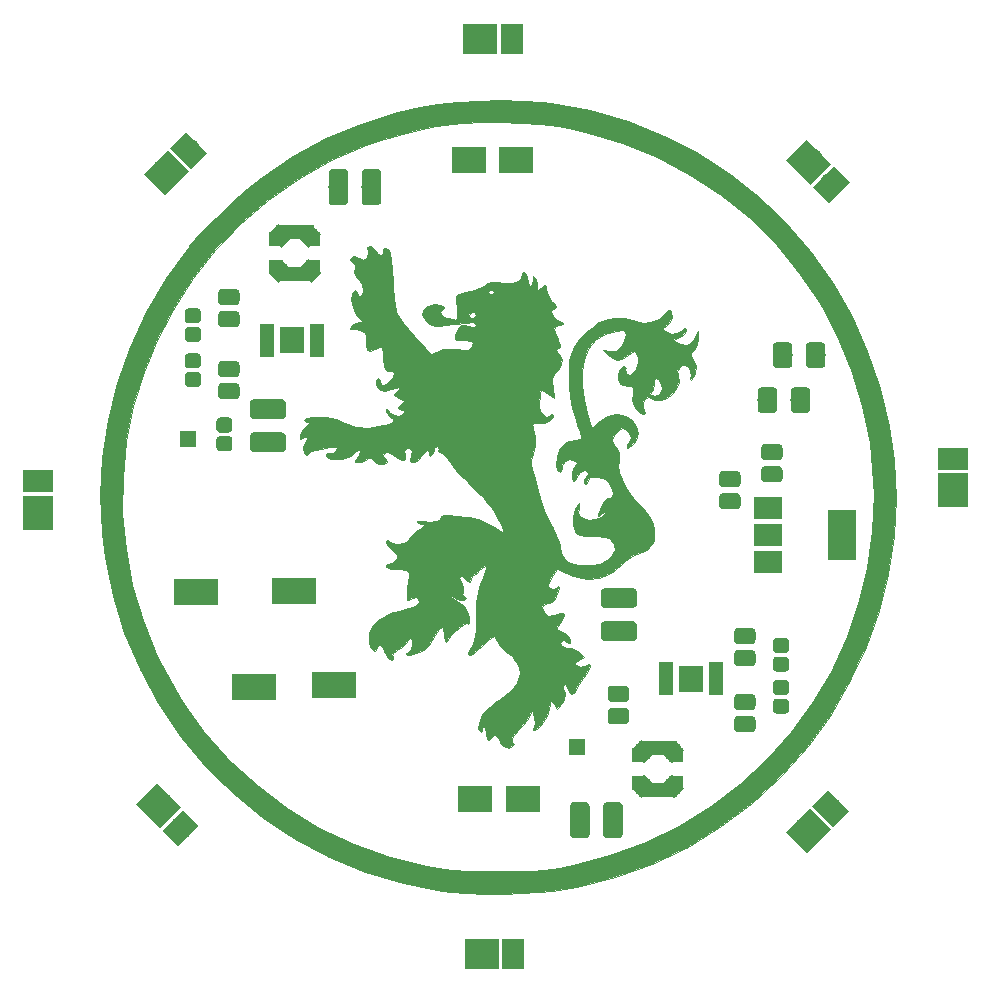
<source format=gts>
G04 #@! TF.GenerationSoftware,KiCad,Pcbnew,(5.0.0)*
G04 #@! TF.CreationDate,2019-01-27T21:53:57-08:00*
G04 #@! TF.ProjectId,Lannister_coaster,4C616E6E69737465725F636F61737465,rev?*
G04 #@! TF.SameCoordinates,Original*
G04 #@! TF.FileFunction,Soldermask,Top*
G04 #@! TF.FilePolarity,Negative*
%FSLAX46Y46*%
G04 Gerber Fmt 4.6, Leading zero omitted, Abs format (unit mm)*
G04 Created by KiCad (PCBNEW (5.0.0)) date 01/27/19 21:53:57*
%MOMM*%
%LPD*%
G01*
G04 APERTURE LIST*
%ADD10C,0.010000*%
%ADD11R,2.500000X2.900000*%
%ADD12R,2.500000X1.900000*%
%ADD13R,2.900000X2.200000*%
%ADD14C,0.100000*%
%ADD15C,1.650000*%
%ADD16C,1.375000*%
%ADD17R,2.400000X4.200000*%
%ADD18R,2.400000X1.900000*%
%ADD19R,3.800000X2.200000*%
%ADD20R,1.400000X1.400000*%
%ADD21C,1.275000*%
%ADD22C,2.500000*%
%ADD23C,1.900000*%
%ADD24C,0.900000*%
%ADD25R,1.175000X1.290000*%
%ADD26R,3.190000X1.270000*%
%ADD27R,1.900000X2.500000*%
%ADD28R,2.900000X2.500000*%
%ADD29R,2.080000X2.280000*%
%ADD30R,1.290000X0.820000*%
G04 APERTURE END LIST*
D10*
G04 #@! TO.C,G\002A\002A\002A*
G36*
X141963853Y-74466506D02*
X143614087Y-74579645D01*
X144356666Y-74667265D01*
X147678805Y-75293436D01*
X150867308Y-76221558D01*
X153907707Y-77436577D01*
X156785535Y-78923436D01*
X159486324Y-80667080D01*
X161995604Y-82652452D01*
X164298910Y-84864497D01*
X166381772Y-87288158D01*
X168229724Y-89908379D01*
X169828296Y-92710106D01*
X171163022Y-95678281D01*
X172219432Y-98797849D01*
X172983060Y-102053754D01*
X173387103Y-104877608D01*
X173548573Y-108096558D01*
X173382985Y-111325371D01*
X172899526Y-114533473D01*
X172107384Y-117690291D01*
X171015745Y-120765253D01*
X169633795Y-123727786D01*
X167970722Y-126547316D01*
X166107069Y-129104999D01*
X163862229Y-131627716D01*
X161404224Y-133895242D01*
X158752309Y-135896649D01*
X155925735Y-137621006D01*
X152943755Y-139057386D01*
X149825622Y-140194859D01*
X146590589Y-141022497D01*
X144477844Y-141383136D01*
X143278570Y-141506865D01*
X141854738Y-141586608D01*
X140305027Y-141622428D01*
X138728117Y-141614386D01*
X137222687Y-141562547D01*
X135887419Y-141466972D01*
X135128000Y-141377180D01*
X131823142Y-140729537D01*
X128634897Y-139771112D01*
X125581269Y-138515117D01*
X122680264Y-136974762D01*
X119949887Y-135163260D01*
X117408142Y-133093821D01*
X115073036Y-130779658D01*
X112962572Y-128233980D01*
X111094756Y-125470001D01*
X109534005Y-122597333D01*
X108247511Y-119559268D01*
X107270576Y-116403827D01*
X106598224Y-113113169D01*
X106351563Y-111191725D01*
X106259678Y-109356206D01*
X108080456Y-109356206D01*
X108352747Y-112409954D01*
X108929646Y-115457545D01*
X109818953Y-118478915D01*
X111028468Y-121454003D01*
X111515074Y-122453474D01*
X113132660Y-125270377D01*
X115010654Y-127881900D01*
X117130528Y-130274729D01*
X119473753Y-132435549D01*
X122021798Y-134351045D01*
X124756135Y-136007902D01*
X127658234Y-137392805D01*
X130709567Y-138492440D01*
X133891605Y-139293491D01*
X135297333Y-139543121D01*
X136177503Y-139639991D01*
X137340588Y-139699109D01*
X138804933Y-139721061D01*
X140462000Y-139708499D01*
X141776570Y-139683081D01*
X142824890Y-139649057D01*
X143679367Y-139600224D01*
X144412408Y-139530380D01*
X145096422Y-139433323D01*
X145803815Y-139302849D01*
X146229894Y-139214425D01*
X149386051Y-138376824D01*
X152391518Y-137251500D01*
X155232475Y-135856100D01*
X157895099Y-134208271D01*
X160365567Y-132325663D01*
X162630059Y-130225923D01*
X164674752Y-127926700D01*
X166485824Y-125445641D01*
X168049454Y-122800394D01*
X169351818Y-120008609D01*
X170379096Y-117087931D01*
X171117466Y-114056011D01*
X171553105Y-110930496D01*
X171672191Y-107729033D01*
X171644486Y-106764666D01*
X171337596Y-103492219D01*
X170717682Y-100324349D01*
X169798719Y-97277513D01*
X168594685Y-94368166D01*
X167119555Y-91612764D01*
X165387306Y-89027763D01*
X163411915Y-86629620D01*
X161207357Y-84434790D01*
X158787610Y-82459729D01*
X156166649Y-80720894D01*
X153358452Y-79234741D01*
X150376994Y-78017724D01*
X147236252Y-77086301D01*
X146246825Y-76861160D01*
X144965914Y-76644579D01*
X143446453Y-76475641D01*
X141785736Y-76358360D01*
X140081060Y-76296749D01*
X138429717Y-76294822D01*
X136929004Y-76356592D01*
X136023717Y-76439462D01*
X134633544Y-76652900D01*
X133078911Y-76969809D01*
X131486029Y-77359368D01*
X129981112Y-77790755D01*
X128710968Y-78225270D01*
X125733162Y-79533436D01*
X122958563Y-81096249D01*
X120394971Y-82893648D01*
X118050186Y-84905571D01*
X115932008Y-87111955D01*
X114048238Y-89492739D01*
X112406674Y-92027860D01*
X111015119Y-94697257D01*
X109881371Y-97480867D01*
X109013230Y-100358629D01*
X108418498Y-103310481D01*
X108104973Y-106316361D01*
X108080456Y-109356206D01*
X106259678Y-109356206D01*
X106190763Y-107979547D01*
X106356700Y-104754715D01*
X106840187Y-101547565D01*
X107632034Y-98388438D01*
X108723052Y-95307672D01*
X110104053Y-92335607D01*
X111765848Y-89502581D01*
X113699249Y-86838934D01*
X113744069Y-86783333D01*
X114758186Y-85616883D01*
X115973430Y-84361988D01*
X117300178Y-83103865D01*
X118648806Y-81927731D01*
X119848864Y-80978663D01*
X122523027Y-79175765D01*
X125319287Y-77663258D01*
X128271116Y-76426276D01*
X131411985Y-75449955D01*
X133302401Y-75003815D01*
X134761952Y-74759255D01*
X136456105Y-74580253D01*
X138286629Y-74469800D01*
X140155290Y-74430888D01*
X141963853Y-74466506D01*
X141963853Y-74466506D01*
G37*
X141963853Y-74466506D02*
X143614087Y-74579645D01*
X144356666Y-74667265D01*
X147678805Y-75293436D01*
X150867308Y-76221558D01*
X153907707Y-77436577D01*
X156785535Y-78923436D01*
X159486324Y-80667080D01*
X161995604Y-82652452D01*
X164298910Y-84864497D01*
X166381772Y-87288158D01*
X168229724Y-89908379D01*
X169828296Y-92710106D01*
X171163022Y-95678281D01*
X172219432Y-98797849D01*
X172983060Y-102053754D01*
X173387103Y-104877608D01*
X173548573Y-108096558D01*
X173382985Y-111325371D01*
X172899526Y-114533473D01*
X172107384Y-117690291D01*
X171015745Y-120765253D01*
X169633795Y-123727786D01*
X167970722Y-126547316D01*
X166107069Y-129104999D01*
X163862229Y-131627716D01*
X161404224Y-133895242D01*
X158752309Y-135896649D01*
X155925735Y-137621006D01*
X152943755Y-139057386D01*
X149825622Y-140194859D01*
X146590589Y-141022497D01*
X144477844Y-141383136D01*
X143278570Y-141506865D01*
X141854738Y-141586608D01*
X140305027Y-141622428D01*
X138728117Y-141614386D01*
X137222687Y-141562547D01*
X135887419Y-141466972D01*
X135128000Y-141377180D01*
X131823142Y-140729537D01*
X128634897Y-139771112D01*
X125581269Y-138515117D01*
X122680264Y-136974762D01*
X119949887Y-135163260D01*
X117408142Y-133093821D01*
X115073036Y-130779658D01*
X112962572Y-128233980D01*
X111094756Y-125470001D01*
X109534005Y-122597333D01*
X108247511Y-119559268D01*
X107270576Y-116403827D01*
X106598224Y-113113169D01*
X106351563Y-111191725D01*
X106259678Y-109356206D01*
X108080456Y-109356206D01*
X108352747Y-112409954D01*
X108929646Y-115457545D01*
X109818953Y-118478915D01*
X111028468Y-121454003D01*
X111515074Y-122453474D01*
X113132660Y-125270377D01*
X115010654Y-127881900D01*
X117130528Y-130274729D01*
X119473753Y-132435549D01*
X122021798Y-134351045D01*
X124756135Y-136007902D01*
X127658234Y-137392805D01*
X130709567Y-138492440D01*
X133891605Y-139293491D01*
X135297333Y-139543121D01*
X136177503Y-139639991D01*
X137340588Y-139699109D01*
X138804933Y-139721061D01*
X140462000Y-139708499D01*
X141776570Y-139683081D01*
X142824890Y-139649057D01*
X143679367Y-139600224D01*
X144412408Y-139530380D01*
X145096422Y-139433323D01*
X145803815Y-139302849D01*
X146229894Y-139214425D01*
X149386051Y-138376824D01*
X152391518Y-137251500D01*
X155232475Y-135856100D01*
X157895099Y-134208271D01*
X160365567Y-132325663D01*
X162630059Y-130225923D01*
X164674752Y-127926700D01*
X166485824Y-125445641D01*
X168049454Y-122800394D01*
X169351818Y-120008609D01*
X170379096Y-117087931D01*
X171117466Y-114056011D01*
X171553105Y-110930496D01*
X171672191Y-107729033D01*
X171644486Y-106764666D01*
X171337596Y-103492219D01*
X170717682Y-100324349D01*
X169798719Y-97277513D01*
X168594685Y-94368166D01*
X167119555Y-91612764D01*
X165387306Y-89027763D01*
X163411915Y-86629620D01*
X161207357Y-84434790D01*
X158787610Y-82459729D01*
X156166649Y-80720894D01*
X153358452Y-79234741D01*
X150376994Y-78017724D01*
X147236252Y-77086301D01*
X146246825Y-76861160D01*
X144965914Y-76644579D01*
X143446453Y-76475641D01*
X141785736Y-76358360D01*
X140081060Y-76296749D01*
X138429717Y-76294822D01*
X136929004Y-76356592D01*
X136023717Y-76439462D01*
X134633544Y-76652900D01*
X133078911Y-76969809D01*
X131486029Y-77359368D01*
X129981112Y-77790755D01*
X128710968Y-78225270D01*
X125733162Y-79533436D01*
X122958563Y-81096249D01*
X120394971Y-82893648D01*
X118050186Y-84905571D01*
X115932008Y-87111955D01*
X114048238Y-89492739D01*
X112406674Y-92027860D01*
X111015119Y-94697257D01*
X109881371Y-97480867D01*
X109013230Y-100358629D01*
X108418498Y-103310481D01*
X108104973Y-106316361D01*
X108080456Y-109356206D01*
X106259678Y-109356206D01*
X106190763Y-107979547D01*
X106356700Y-104754715D01*
X106840187Y-101547565D01*
X107632034Y-98388438D01*
X108723052Y-95307672D01*
X110104053Y-92335607D01*
X111765848Y-89502581D01*
X113699249Y-86838934D01*
X113744069Y-86783333D01*
X114758186Y-85616883D01*
X115973430Y-84361988D01*
X117300178Y-83103865D01*
X118648806Y-81927731D01*
X119848864Y-80978663D01*
X122523027Y-79175765D01*
X125319287Y-77663258D01*
X128271116Y-76426276D01*
X131411985Y-75449955D01*
X133302401Y-75003815D01*
X134761952Y-74759255D01*
X136456105Y-74580253D01*
X138286629Y-74469800D01*
X140155290Y-74430888D01*
X141963853Y-74466506D01*
G36*
X129380986Y-86987164D02*
X129507668Y-87203328D01*
X129716730Y-87455527D01*
X129957731Y-87529877D01*
X130118586Y-87428386D01*
X130103857Y-87192652D01*
X130145894Y-86994123D01*
X130350023Y-86952666D01*
X130522996Y-86994450D01*
X130658498Y-87147642D01*
X130765135Y-87453999D01*
X130851515Y-87955282D01*
X130926247Y-88693249D01*
X130997938Y-89709658D01*
X131030668Y-90254666D01*
X131089692Y-91069425D01*
X131162445Y-91773643D01*
X131239565Y-92290618D01*
X131309711Y-92540666D01*
X131558421Y-92887649D01*
X131944817Y-93375936D01*
X132416601Y-93945093D01*
X132921471Y-94534687D01*
X133407125Y-95084285D01*
X133821264Y-95533453D01*
X134111587Y-95821758D01*
X134213075Y-95895482D01*
X134501001Y-95847573D01*
X134856092Y-95669495D01*
X135182417Y-95514720D01*
X135598437Y-95459205D01*
X136213354Y-95491317D01*
X136374513Y-95507733D01*
X136974132Y-95561228D01*
X137328215Y-95549872D01*
X137526362Y-95457588D01*
X137652837Y-95278330D01*
X137741665Y-94957952D01*
X137563763Y-94788460D01*
X137096434Y-94754203D01*
X136910850Y-94766695D01*
X136428269Y-94772136D01*
X136224909Y-94639947D01*
X136260717Y-94311622D01*
X136381479Y-93993419D01*
X136561520Y-93638500D01*
X136779411Y-93471522D01*
X137123443Y-93471046D01*
X137681902Y-93615631D01*
X137795000Y-93650162D01*
X137977420Y-93575338D01*
X138006666Y-93450342D01*
X137945388Y-93293802D01*
X137709962Y-93240848D01*
X137222999Y-93274818D01*
X137202333Y-93277162D01*
X136169568Y-93394561D01*
X135418368Y-93473937D01*
X134893670Y-93514375D01*
X134540411Y-93514959D01*
X134303528Y-93474774D01*
X134127959Y-93392903D01*
X133958640Y-93268431D01*
X133900333Y-93222251D01*
X133584003Y-92892237D01*
X133436136Y-92579655D01*
X133434666Y-92554620D01*
X133587153Y-92147853D01*
X133978580Y-91836841D01*
X134509897Y-91695946D01*
X134581006Y-91694000D01*
X134960873Y-91754481D01*
X135223949Y-91895705D01*
X135296136Y-92057341D01*
X135157980Y-92163784D01*
X134955799Y-92332147D01*
X135028915Y-92558218D01*
X135337078Y-92776718D01*
X135593666Y-92870429D01*
X136031204Y-92984238D01*
X136317878Y-93044764D01*
X136349295Y-93047722D01*
X136396688Y-92894862D01*
X136400160Y-92665132D01*
X137391284Y-92665132D01*
X137446825Y-92771048D01*
X137716032Y-92881111D01*
X137951331Y-92779907D01*
X138006666Y-92625333D01*
X137876242Y-92400719D01*
X137762660Y-92371333D01*
X137485494Y-92465075D01*
X137391284Y-92665132D01*
X136400160Y-92665132D01*
X136402743Y-92494327D01*
X136368882Y-91966630D01*
X136320014Y-91390118D01*
X136348406Y-91037560D01*
X136516939Y-90836852D01*
X136888496Y-90715886D01*
X137101606Y-90678000D01*
X139022666Y-90678000D01*
X139159819Y-90828229D01*
X139276666Y-90847333D01*
X139502010Y-90755898D01*
X139530666Y-90678000D01*
X139393513Y-90527770D01*
X139276666Y-90508666D01*
X139051323Y-90600101D01*
X139022666Y-90678000D01*
X137101606Y-90678000D01*
X137525959Y-90602560D01*
X137564095Y-90596113D01*
X138138517Y-90426348D01*
X138657208Y-90161876D01*
X138696527Y-90133962D01*
X139014464Y-89941573D01*
X139368967Y-89851664D01*
X139875174Y-89845369D01*
X140288953Y-89873019D01*
X141086867Y-89885003D01*
X141599620Y-89760428D01*
X141856951Y-89487372D01*
X141901333Y-89226571D01*
X141986698Y-89008960D01*
X142052549Y-88984666D01*
X142242535Y-89134425D01*
X142375788Y-89505603D01*
X142409333Y-89845182D01*
X142475147Y-90112852D01*
X142560549Y-90170000D01*
X142748372Y-90030728D01*
X142851068Y-89731590D01*
X142809645Y-89455417D01*
X142828644Y-89342490D01*
X142936096Y-89359815D01*
X143105425Y-89574300D01*
X143169696Y-89974450D01*
X143188603Y-90378706D01*
X143289385Y-90479002D01*
X143532914Y-90309395D01*
X143623666Y-90228422D01*
X143843143Y-90057807D01*
X143922931Y-90142532D01*
X143933333Y-90430823D01*
X144076289Y-90949210D01*
X144399000Y-91400979D01*
X144684552Y-91724052D01*
X144749530Y-91913340D01*
X144618899Y-92068312D01*
X144574823Y-92101500D01*
X144384853Y-92286533D01*
X144420292Y-92492933D01*
X144550608Y-92693747D01*
X144888765Y-93037557D01*
X145179118Y-93211918D01*
X145411286Y-93317137D01*
X145357142Y-93391186D01*
X145076333Y-93472116D01*
X144766684Y-93587992D01*
X144643264Y-93773894D01*
X144698129Y-94103951D01*
X144923334Y-94652293D01*
X144944773Y-94699666D01*
X145127940Y-95142809D01*
X145156236Y-95359226D01*
X145037562Y-95419177D01*
X145025720Y-95419333D01*
X144803646Y-95509436D01*
X144851798Y-95734803D01*
X145034000Y-95927333D01*
X145261438Y-96310612D01*
X145225332Y-96792236D01*
X144938640Y-97274996D01*
X144841213Y-97373571D01*
X144587318Y-97641599D01*
X144470969Y-97910471D01*
X144462010Y-98302432D01*
X144505640Y-98733886D01*
X144616853Y-99680133D01*
X144096010Y-99309260D01*
X143749262Y-99085399D01*
X143541083Y-98994328D01*
X143522781Y-98999193D01*
X143475412Y-99188748D01*
X143414711Y-99600700D01*
X143385014Y-99855312D01*
X143358803Y-100389551D01*
X143447704Y-100730303D01*
X143668469Y-100997127D01*
X143975805Y-101219752D01*
X144193329Y-101182889D01*
X144236496Y-101144436D01*
X144471855Y-101037152D01*
X144565511Y-101075531D01*
X144540268Y-101256997D01*
X144303817Y-101522677D01*
X144275912Y-101545830D01*
X143800635Y-101793730D01*
X143283973Y-101792935D01*
X142903925Y-101749209D01*
X142774914Y-101834338D01*
X142815367Y-102113416D01*
X142826475Y-102158014D01*
X142998313Y-102961753D01*
X143040691Y-103554096D01*
X142954509Y-104036215D01*
X142845613Y-104305967D01*
X142721246Y-104597497D01*
X142665895Y-104867252D01*
X142685156Y-105200608D01*
X142784621Y-105682943D01*
X142969884Y-106399634D01*
X142986981Y-106463668D01*
X143278818Y-107520786D01*
X143538820Y-108361382D01*
X143808403Y-109099585D01*
X144128979Y-109849524D01*
X144507742Y-110654556D01*
X144792597Y-111280744D01*
X145006588Y-111820202D01*
X145113091Y-112178360D01*
X145118666Y-112232021D01*
X145245052Y-112753868D01*
X145557718Y-113268311D01*
X145781326Y-113486081D01*
X146097915Y-113622661D01*
X146610654Y-113748940D01*
X146945893Y-113802787D01*
X147797550Y-113818256D01*
X148540267Y-113660356D01*
X149136900Y-113365669D01*
X149550307Y-112970780D01*
X149743344Y-112512272D01*
X149678868Y-112026730D01*
X149319735Y-111550738D01*
X149273008Y-111510710D01*
X148905415Y-111375162D01*
X148243484Y-111317500D01*
X147832220Y-111318900D01*
X147203339Y-111324460D01*
X146818677Y-111284374D01*
X146584363Y-111172724D01*
X146406525Y-110963590D01*
X146375239Y-110916605D01*
X146200247Y-110389992D01*
X146206073Y-109727417D01*
X146380750Y-109071363D01*
X146557535Y-108745943D01*
X146713387Y-108544991D01*
X146757138Y-108595952D01*
X146712843Y-108937605D01*
X146705321Y-108984172D01*
X146677985Y-109408469D01*
X146817187Y-109656052D01*
X147036371Y-109796810D01*
X147543758Y-109930123D01*
X148130078Y-109897717D01*
X148641779Y-109720160D01*
X148847718Y-109554185D01*
X148946075Y-109352281D01*
X148829780Y-109317372D01*
X148584192Y-109459324D01*
X148520167Y-109516333D01*
X148375223Y-109615593D01*
X148378799Y-109456259D01*
X148419266Y-109304666D01*
X148644932Y-108740192D01*
X148933001Y-108317030D01*
X149220955Y-108123191D01*
X149261243Y-108119333D01*
X149543088Y-108023266D01*
X149595108Y-107718442D01*
X149438108Y-107217568D01*
X149247920Y-106799211D01*
X149053402Y-106570219D01*
X148739730Y-106444876D01*
X148280467Y-106353424D01*
X147849119Y-106300839D01*
X147636622Y-106373678D01*
X147541051Y-106585184D01*
X147407290Y-106865060D01*
X147300250Y-106934000D01*
X147168125Y-106810171D01*
X147175612Y-106555072D01*
X147316893Y-106343287D01*
X147320000Y-106341333D01*
X147488345Y-106096488D01*
X147402200Y-105848313D01*
X147142492Y-105748666D01*
X146796794Y-105911390D01*
X146580867Y-106259486D01*
X146406197Y-106572711D01*
X146262915Y-106663565D01*
X146250375Y-106654597D01*
X146138616Y-106342977D01*
X146172453Y-105899640D01*
X146332080Y-105488403D01*
X146402715Y-105394476D01*
X146576562Y-105155756D01*
X146490130Y-105009463D01*
X146360381Y-104935485D01*
X145912410Y-104847508D01*
X145522347Y-105005314D01*
X145303421Y-105350439D01*
X145288000Y-105489210D01*
X145228922Y-105810012D01*
X145113352Y-105918000D01*
X144891834Y-105768486D01*
X144805933Y-105349038D01*
X144863331Y-104703293D01*
X144881980Y-104603674D01*
X145161940Y-103868777D01*
X145658407Y-103393340D01*
X146367411Y-103181025D01*
X146431000Y-103175671D01*
X146805699Y-103138585D01*
X146979786Y-103100654D01*
X146981333Y-103097616D01*
X146930068Y-102931589D01*
X146792021Y-102515975D01*
X146590810Y-101921354D01*
X146440887Y-101482634D01*
X146188072Y-100703483D01*
X146027461Y-100062987D01*
X145938291Y-99431057D01*
X145899797Y-98677603D01*
X145892036Y-98044000D01*
X145895156Y-97198317D01*
X145923712Y-96599191D01*
X145992961Y-96154667D01*
X146118160Y-95772787D01*
X146314567Y-95361595D01*
X146347586Y-95298413D01*
X146666589Y-94778442D01*
X146998617Y-94370997D01*
X147192771Y-94213206D01*
X147587094Y-93925348D01*
X147796990Y-93696667D01*
X148237438Y-93328122D01*
X148903949Y-93059877D01*
X149694779Y-92907152D01*
X150508186Y-92885169D01*
X151242427Y-93009150D01*
X151555371Y-93134387D01*
X152152205Y-93273777D01*
X152847319Y-93189405D01*
X153516669Y-92912986D01*
X154011510Y-92506406D01*
X154283024Y-92223093D01*
X154434251Y-92195722D01*
X154500800Y-92306380D01*
X154591129Y-92879942D01*
X154367992Y-93330239D01*
X154159874Y-93499447D01*
X153870757Y-93712184D01*
X153845109Y-93856006D01*
X154022905Y-94011351D01*
X154527346Y-94213249D01*
X155045026Y-94163734D01*
X155339142Y-93980000D01*
X155628056Y-93751371D01*
X155765822Y-93811977D01*
X155786666Y-93988174D01*
X155644836Y-94225241D01*
X155298719Y-94454528D01*
X155252335Y-94475018D01*
X154718004Y-94699687D01*
X155159377Y-94988886D01*
X155689032Y-95184752D01*
X156150617Y-95054671D01*
X156512456Y-94609402D01*
X156557008Y-94514171D01*
X156789410Y-93980000D01*
X156796038Y-94545957D01*
X156693812Y-95099585D01*
X156467381Y-95538161D01*
X156251187Y-95862811D01*
X156252047Y-96103366D01*
X156382715Y-96322214D01*
X156606792Y-96894525D01*
X156567078Y-97499028D01*
X156367796Y-97884635D01*
X156181158Y-98097091D01*
X156146515Y-98029629D01*
X156195724Y-97771432D01*
X156163768Y-97300346D01*
X155953261Y-97025521D01*
X155686934Y-96822060D01*
X155484540Y-96856228D01*
X155289208Y-97018459D01*
X155062108Y-97333855D01*
X155110960Y-97709476D01*
X155115684Y-97722037D01*
X155166707Y-98288820D01*
X154954554Y-98862525D01*
X154543066Y-99362009D01*
X153996082Y-99706126D01*
X153468326Y-99815910D01*
X153063448Y-99774117D01*
X152831014Y-99664731D01*
X152827903Y-99660062D01*
X152618368Y-99556499D01*
X152365145Y-99691254D01*
X152179547Y-100001531D01*
X152171380Y-100030423D01*
X152169264Y-100467054D01*
X152245318Y-100696043D01*
X152313908Y-100951586D01*
X152186125Y-101016171D01*
X151933735Y-100905714D01*
X151628505Y-100636128D01*
X151549134Y-100541666D01*
X151307406Y-100138751D01*
X151248031Y-99691093D01*
X151279605Y-99356333D01*
X151289311Y-99264375D01*
X152734036Y-99264375D01*
X152846408Y-99418404D01*
X153193275Y-99453468D01*
X153204333Y-99452247D01*
X153563598Y-99333987D01*
X153710758Y-99020580D01*
X153724568Y-98922760D01*
X153683387Y-98461808D01*
X153493597Y-98100467D01*
X153225932Y-97959333D01*
X153120772Y-98106335D01*
X153077333Y-98457339D01*
X153025135Y-98848397D01*
X152908000Y-99060000D01*
X152734036Y-99264375D01*
X151289311Y-99264375D01*
X151327047Y-98906858D01*
X151273640Y-98698955D01*
X151071198Y-98639651D01*
X150906627Y-98636666D01*
X150484503Y-98567575D01*
X150232533Y-98433466D01*
X150054086Y-98075300D01*
X150049854Y-97631862D01*
X150190874Y-97224114D01*
X150448184Y-96973021D01*
X150589316Y-96943333D01*
X150675773Y-97066908D01*
X150650182Y-97184952D01*
X150683752Y-97485738D01*
X150790068Y-97619616D01*
X151075348Y-97698404D01*
X151343343Y-97518119D01*
X151560781Y-97157981D01*
X151694387Y-96697206D01*
X151710888Y-96215012D01*
X151577010Y-95790615D01*
X151565895Y-95772528D01*
X151420687Y-95657112D01*
X151192598Y-95741421D01*
X150878163Y-95984194D01*
X150344698Y-96339454D01*
X149886393Y-96397252D01*
X149418336Y-96158577D01*
X149234442Y-96003313D01*
X148759333Y-95571294D01*
X149288718Y-95673500D01*
X149846210Y-95641966D01*
X150280495Y-95301812D01*
X150551514Y-94789366D01*
X150708019Y-94282712D01*
X150661826Y-94007612D01*
X150369401Y-93911233D01*
X149847386Y-93934811D01*
X148911371Y-94185070D01*
X148122925Y-94723929D01*
X147514539Y-95521468D01*
X147153381Y-96415414D01*
X147003063Y-97373080D01*
X147004391Y-98520472D01*
X147146652Y-99750106D01*
X147419137Y-100954495D01*
X147682763Y-101727832D01*
X147869776Y-102194331D01*
X148526709Y-101600832D01*
X148998041Y-101226426D01*
X149421328Y-101050933D01*
X149958180Y-101007333D01*
X150690817Y-101136445D01*
X151249095Y-101481518D01*
X151598478Y-101979163D01*
X151704430Y-102565986D01*
X151532418Y-103178596D01*
X151313738Y-103495557D01*
X150985704Y-103798716D01*
X150793360Y-103841889D01*
X150786524Y-103647587D01*
X150951106Y-103331688D01*
X151121540Y-103015007D01*
X151082463Y-102773139D01*
X150890237Y-102512662D01*
X150635015Y-102245978D01*
X150407250Y-102214568D01*
X150081934Y-102367341D01*
X149679527Y-102735123D01*
X149552070Y-103193042D01*
X149715520Y-103646819D01*
X149841971Y-103785017D01*
X150050236Y-104047096D01*
X150118491Y-104397371D01*
X150084936Y-104880885D01*
X150061954Y-105397386D01*
X150147017Y-105892188D01*
X150368306Y-106495801D01*
X150496340Y-106786065D01*
X150801653Y-107381780D01*
X151118296Y-107876489D01*
X151378171Y-108163915D01*
X151380117Y-108165288D01*
X151682589Y-108441046D01*
X152082990Y-108887358D01*
X152418059Y-109307928D01*
X152793655Y-109847368D01*
X152993061Y-110279434D01*
X153069034Y-110746306D01*
X153077333Y-111084616D01*
X153052856Y-111644898D01*
X152944084Y-112004077D01*
X152698002Y-112298270D01*
X152556341Y-112422280D01*
X152113311Y-112708514D01*
X151684767Y-112855486D01*
X151614014Y-112860666D01*
X151186456Y-113010131D01*
X150618057Y-113460560D01*
X150378770Y-113696276D01*
X149443275Y-114456378D01*
X148443478Y-114884119D01*
X147383357Y-114978851D01*
X146266889Y-114739924D01*
X145637236Y-114469567D01*
X144885805Y-114092353D01*
X144494236Y-114669363D01*
X144245631Y-115087970D01*
X144110712Y-115416855D01*
X144102666Y-115474736D01*
X144233283Y-115730499D01*
X144517616Y-115807523D01*
X144756543Y-115695056D01*
X144976797Y-115577865D01*
X145065475Y-115712896D01*
X144973427Y-116019177D01*
X144783184Y-116434098D01*
X144711691Y-116631767D01*
X144492555Y-116875565D01*
X144106663Y-117033933D01*
X143704977Y-117189379D01*
X143616601Y-117453168D01*
X143822196Y-117848435D01*
X144140903Y-118062371D01*
X144635629Y-118039225D01*
X145161000Y-117859658D01*
X145402816Y-117842871D01*
X145448415Y-118040522D01*
X145302143Y-118394158D01*
X145099361Y-118688748D01*
X144876590Y-119000570D01*
X144798287Y-119170296D01*
X144803028Y-119177250D01*
X144980787Y-119269407D01*
X145331659Y-119449359D01*
X145372666Y-119470325D01*
X145796035Y-119817368D01*
X145937338Y-120147658D01*
X145948638Y-120424229D01*
X145843388Y-120414029D01*
X145776471Y-120353666D01*
X145462651Y-120165195D01*
X145206285Y-120189659D01*
X145118666Y-120377883D01*
X145271021Y-120640841D01*
X145672278Y-120795943D01*
X145956346Y-120819333D01*
X146290942Y-120919617D01*
X146694999Y-121163255D01*
X146723810Y-121185482D01*
X147189293Y-121551630D01*
X146726385Y-121794172D01*
X146423506Y-121982813D01*
X146392438Y-122139919D01*
X146517983Y-122291221D01*
X146803138Y-122454684D01*
X147119779Y-122359863D01*
X147434667Y-122213468D01*
X147574278Y-122174000D01*
X147633309Y-122297466D01*
X147543875Y-122601295D01*
X147347705Y-122985634D01*
X147086528Y-123350630D01*
X147078920Y-123359333D01*
X146743659Y-123817416D01*
X146508908Y-124248333D01*
X146293343Y-124580963D01*
X146064877Y-124714000D01*
X145861614Y-124563962D01*
X145764914Y-124248333D01*
X145675218Y-123940763D01*
X145542000Y-123867333D01*
X145409115Y-124011938D01*
X145423052Y-124301906D01*
X145519589Y-124645059D01*
X145489582Y-125093533D01*
X145263711Y-125468417D01*
X144894823Y-125937382D01*
X144586214Y-125537357D01*
X144277604Y-125137333D01*
X144309004Y-125570005D01*
X144231384Y-126001330D01*
X143995952Y-126556154D01*
X143669903Y-127104864D01*
X143320434Y-127517845D01*
X143282329Y-127550333D01*
X142991274Y-127729548D01*
X142823001Y-127739902D01*
X142856803Y-127585487D01*
X142898634Y-127530530D01*
X143008572Y-127152188D01*
X142945271Y-126641530D01*
X142799806Y-125984000D01*
X142562236Y-126485731D01*
X142311553Y-126885298D01*
X141915824Y-127386349D01*
X141600773Y-127733287D01*
X141202579Y-128170113D01*
X141025042Y-128453705D01*
X141032541Y-128652223D01*
X141081884Y-128726129D01*
X141194721Y-128963561D01*
X141043778Y-129126979D01*
X140780080Y-129260359D01*
X140548944Y-129219600D01*
X140335000Y-129103103D01*
X140089354Y-128860554D01*
X140038666Y-128705653D01*
X139919788Y-128410740D01*
X139807133Y-128288645D01*
X139559822Y-128196813D01*
X139363066Y-128352578D01*
X139088489Y-128586397D01*
X138919048Y-128498720D01*
X138854129Y-128089141D01*
X138853333Y-128016000D01*
X138810802Y-127624265D01*
X138706222Y-127428452D01*
X138684000Y-127423333D01*
X138539127Y-127562624D01*
X138514666Y-127711200D01*
X138469697Y-127898390D01*
X138309052Y-127793452D01*
X138200556Y-127580963D01*
X138238446Y-127236661D01*
X138351386Y-126872411D01*
X138520727Y-126487925D01*
X138774815Y-126148382D01*
X139179379Y-125785943D01*
X139800149Y-125332766D01*
X139929898Y-125243204D01*
X140733484Y-124645404D01*
X141251826Y-124146686D01*
X141496231Y-123765151D01*
X141706605Y-123021118D01*
X141666258Y-122427115D01*
X141478000Y-122113523D01*
X141270668Y-121841388D01*
X141224000Y-121706709D01*
X141090708Y-121523718D01*
X140806188Y-121330288D01*
X140455609Y-121051002D01*
X140072405Y-120615746D01*
X139945995Y-120438198D01*
X139503613Y-119769714D01*
X139051473Y-120164198D01*
X138620915Y-120545208D01*
X138137942Y-120979805D01*
X138051536Y-121058433D01*
X137635033Y-121376162D01*
X137406251Y-121418734D01*
X137380890Y-121202714D01*
X137574644Y-120744669D01*
X137641153Y-120625329D01*
X137844879Y-120214289D01*
X137959525Y-119791687D01*
X138004844Y-119244867D01*
X138002873Y-118562343D01*
X138050223Y-116964852D01*
X138267435Y-115647847D01*
X138656787Y-114597515D01*
X138657398Y-114596333D01*
X138865970Y-114157703D01*
X138907721Y-113940319D01*
X138793478Y-113877093D01*
X138773543Y-113876666D01*
X138490031Y-114007525D01*
X138306035Y-114215333D01*
X138066558Y-114480791D01*
X137901016Y-114554000D01*
X137711676Y-114696452D01*
X137610352Y-114925489D01*
X137516804Y-115179789D01*
X137369517Y-115157292D01*
X137196269Y-115010156D01*
X136837765Y-114755603D01*
X136621492Y-114727833D01*
X136600007Y-114911846D01*
X136720605Y-115145919D01*
X136912970Y-115686598D01*
X136891056Y-115992585D01*
X136869123Y-116325679D01*
X136972309Y-116416666D01*
X137151256Y-116535021D01*
X137160000Y-116586000D01*
X137015398Y-116714397D01*
X136746660Y-116755333D01*
X136388114Y-116692897D01*
X136228666Y-116586000D01*
X135981853Y-116427050D01*
X135922339Y-116421951D01*
X135929241Y-116500966D01*
X136171490Y-116696435D01*
X136386102Y-116836053D01*
X136879231Y-117171449D01*
X137159750Y-117490329D01*
X137320087Y-117923309D01*
X137390050Y-118254863D01*
X137436530Y-118630448D01*
X137362659Y-118750594D01*
X137240220Y-118724391D01*
X136995483Y-118783028D01*
X136624075Y-119022206D01*
X136216772Y-119362828D01*
X135864352Y-119725799D01*
X135657591Y-120032023D01*
X135636000Y-120122184D01*
X135518406Y-120302249D01*
X135466666Y-120311333D01*
X135361524Y-120160907D01*
X135302199Y-119784255D01*
X135297333Y-119619888D01*
X135252557Y-119154253D01*
X135115805Y-119006172D01*
X134883443Y-119177005D01*
X134551834Y-119668112D01*
X134387578Y-119960082D01*
X134010198Y-120557405D01*
X133606840Y-120941513D01*
X133157959Y-121185489D01*
X132724037Y-121336757D01*
X132360599Y-121398613D01*
X132135314Y-121375805D01*
X132115849Y-121273082D01*
X132312254Y-121126153D01*
X132484833Y-120900362D01*
X132577033Y-120546056D01*
X132576909Y-120197309D01*
X132472513Y-119988194D01*
X132415036Y-119972666D01*
X132223983Y-120109786D01*
X132054403Y-120384554D01*
X131763466Y-120746710D01*
X131367728Y-121003138D01*
X131009854Y-121224537D01*
X130944433Y-121496683D01*
X130950508Y-121522583D01*
X130969813Y-121778063D01*
X130921147Y-121832740D01*
X130574373Y-121669231D01*
X130303872Y-121252340D01*
X130243251Y-121069934D01*
X130063679Y-120667808D01*
X129845804Y-120518082D01*
X129654013Y-120646977D01*
X129592796Y-120805061D01*
X129452342Y-121030831D01*
X129262608Y-120975793D01*
X129072431Y-120683283D01*
X128935203Y-120221564D01*
X128968496Y-119538577D01*
X129292843Y-118889859D01*
X129861283Y-118330653D01*
X130626854Y-117916202D01*
X130994680Y-117798899D01*
X131620382Y-117636346D01*
X132280888Y-117464165D01*
X132358810Y-117443802D01*
X132932020Y-117217909D01*
X133175723Y-116927203D01*
X133101868Y-116595494D01*
X132913170Y-116468150D01*
X132620667Y-116568517D01*
X132320351Y-116714486D01*
X132198603Y-116755333D01*
X132167624Y-116605366D01*
X132172317Y-116227445D01*
X132205322Y-115729537D01*
X132259282Y-115219609D01*
X132326837Y-114805628D01*
X132333501Y-114776044D01*
X132325923Y-114432304D01*
X132081908Y-114227325D01*
X131563721Y-114138641D01*
X131249533Y-114130666D01*
X130742163Y-114084582D01*
X130457842Y-113961619D01*
X130431089Y-113919000D01*
X130495192Y-113732342D01*
X130600310Y-113707333D01*
X130888859Y-113590811D01*
X131144847Y-113372886D01*
X131318507Y-113149120D01*
X131313051Y-112965847D01*
X131098889Y-112715244D01*
X130917092Y-112542948D01*
X130541082Y-112132345D01*
X130390543Y-111831351D01*
X130483555Y-111683412D01*
X130556000Y-111675333D01*
X130720412Y-111804191D01*
X130725333Y-111844666D01*
X130875500Y-111950955D01*
X131250391Y-112009830D01*
X131398763Y-112014000D01*
X131902369Y-111960685D01*
X132221836Y-111757172D01*
X132357991Y-111577816D01*
X132687728Y-111197064D01*
X133142373Y-110806272D01*
X133247869Y-110731149D01*
X133596956Y-110478133D01*
X133680872Y-110355981D01*
X133524705Y-110321074D01*
X133483968Y-110320666D01*
X133136555Y-110240669D01*
X132996848Y-110127895D01*
X133015116Y-110015345D01*
X133305964Y-110019680D01*
X133509051Y-110053565D01*
X134088062Y-110109492D01*
X134590628Y-110067717D01*
X134932882Y-109945552D01*
X135030958Y-109760311D01*
X135024763Y-109740668D01*
X135013930Y-109650745D01*
X135095294Y-109594698D01*
X135316413Y-109571970D01*
X135724847Y-109582005D01*
X136368157Y-109624247D01*
X137293902Y-109698139D01*
X137462810Y-109712147D01*
X138180856Y-109888023D01*
X139013634Y-110284932D01*
X139181667Y-110385262D01*
X139691565Y-110691655D01*
X140082992Y-110911378D01*
X140273036Y-110997944D01*
X140274485Y-110998000D01*
X140296479Y-110864579D01*
X140190793Y-110521881D01*
X139994979Y-110056254D01*
X139746588Y-109554045D01*
X139483172Y-109101602D01*
X139390790Y-108966000D01*
X139074317Y-108584636D01*
X138588886Y-108065211D01*
X138017942Y-107495466D01*
X137752782Y-107243644D01*
X137128029Y-106623166D01*
X136515416Y-105951683D01*
X136018875Y-105345030D01*
X135891642Y-105169310D01*
X135528650Y-104691292D01*
X135206205Y-104351544D01*
X134997070Y-104224666D01*
X134830688Y-104110997D01*
X134850568Y-103970666D01*
X134826565Y-103751892D01*
X134711129Y-103716666D01*
X134502449Y-103860359D01*
X134420110Y-104084403D01*
X134290595Y-104408166D01*
X134154218Y-104521885D01*
X134016181Y-104476003D01*
X134045334Y-104323482D01*
X134060701Y-104090840D01*
X133906649Y-104050396D01*
X133671813Y-104175024D01*
X133444827Y-104437595D01*
X133399987Y-104521000D01*
X133102024Y-104893303D01*
X132787949Y-105042104D01*
X132536784Y-105048580D01*
X132456790Y-104909247D01*
X132503810Y-104536029D01*
X132512047Y-104491771D01*
X132565168Y-104090820D01*
X132490511Y-103921059D01*
X132247011Y-103886000D01*
X131990185Y-103930247D01*
X131929495Y-104129951D01*
X131969933Y-104394000D01*
X131988392Y-104767684D01*
X131830161Y-104893665D01*
X131473778Y-104774117D01*
X131013517Y-104490932D01*
X130603515Y-104245436D01*
X130359106Y-104203260D01*
X130225799Y-104299132D01*
X130150257Y-104547261D01*
X130298047Y-104729386D01*
X130467087Y-104968354D01*
X130459475Y-105090519D01*
X130200707Y-105232395D01*
X129813938Y-105207729D01*
X129451644Y-105039790D01*
X129333714Y-104918736D01*
X129124662Y-104701102D01*
X128896162Y-104756613D01*
X128783748Y-104834069D01*
X128351347Y-105025270D01*
X128042057Y-105071333D01*
X127753587Y-105049274D01*
X127765067Y-104925760D01*
X127905088Y-104761666D01*
X128122954Y-104434741D01*
X128183285Y-104163226D01*
X128069247Y-104055333D01*
X127877261Y-104160173D01*
X127571442Y-104414030D01*
X127554939Y-104429443D01*
X127166776Y-104658316D01*
X126651876Y-104795972D01*
X126113304Y-104837523D01*
X125654123Y-104778084D01*
X125377399Y-104612768D01*
X125343711Y-104534274D01*
X125379764Y-104330420D01*
X125620975Y-104338566D01*
X125972291Y-104284726D01*
X126139119Y-104081891D01*
X126231020Y-103862409D01*
X126137173Y-103784145D01*
X125789939Y-103807997D01*
X125687951Y-103821080D01*
X124897124Y-103930943D01*
X124377245Y-104024315D01*
X124062389Y-104119503D01*
X123886631Y-104234815D01*
X123807719Y-104343219D01*
X123673322Y-104509168D01*
X123540941Y-104397152D01*
X123459414Y-104253469D01*
X123357518Y-103911587D01*
X123485419Y-103556626D01*
X123546570Y-103459107D01*
X123720425Y-103095980D01*
X123691901Y-102907220D01*
X123484875Y-102947997D01*
X123363425Y-103035937D01*
X123150754Y-103140318D01*
X123081005Y-103024016D01*
X123136822Y-102764686D01*
X123300852Y-102439984D01*
X123555738Y-102127566D01*
X123569269Y-102114852D01*
X123846223Y-101834683D01*
X123878476Y-101709993D01*
X123724491Y-101684666D01*
X123499921Y-101592993D01*
X123485662Y-101473000D01*
X123694452Y-101337493D01*
X124181491Y-101242595D01*
X124569830Y-101211714D01*
X125214757Y-101212477D01*
X125765322Y-101311114D01*
X126380437Y-101542800D01*
X126673057Y-101677247D01*
X127847981Y-102090820D01*
X128984730Y-102185099D01*
X130145273Y-101964310D01*
X130271835Y-101922748D01*
X130796701Y-101722844D01*
X131020082Y-101561335D01*
X130969328Y-101395596D01*
X130725333Y-101215964D01*
X130461412Y-100934569D01*
X130395548Y-100709565D01*
X130431615Y-100541762D01*
X130557707Y-100641625D01*
X130670202Y-100795666D01*
X131044804Y-101099944D01*
X131491869Y-101157496D01*
X131881958Y-100955072D01*
X131910666Y-100922666D01*
X132019734Y-100728039D01*
X131844220Y-100670059D01*
X131762067Y-100668666D01*
X131457996Y-100595169D01*
X131452203Y-100397705D01*
X131743686Y-100110816D01*
X131779011Y-100085601D01*
X132001617Y-99891857D01*
X131925840Y-99822802D01*
X131896042Y-99822000D01*
X131560610Y-99726047D01*
X131308031Y-99578469D01*
X131081443Y-99383688D01*
X131124414Y-99236938D01*
X131317733Y-99084314D01*
X131559002Y-98847341D01*
X131517757Y-98732486D01*
X131232891Y-98755122D01*
X130832132Y-98892332D01*
X130318020Y-99050354D01*
X129947661Y-99007792D01*
X129874799Y-98973263D01*
X129663576Y-98744000D01*
X129548191Y-98412413D01*
X129549786Y-98108059D01*
X129689503Y-97960496D01*
X129709333Y-97959333D01*
X129861211Y-98095762D01*
X129878666Y-98203339D01*
X129981078Y-98502769D01*
X130248370Y-98542485D01*
X130620627Y-98316076D01*
X130653202Y-98286223D01*
X130969756Y-97891873D01*
X131062092Y-97558406D01*
X130927699Y-97354420D01*
X130688290Y-97326329D01*
X130473650Y-97314722D01*
X130340521Y-97172520D01*
X130249602Y-96825131D01*
X130183220Y-96367708D01*
X130106134Y-95827518D01*
X130037950Y-95443901D01*
X130000864Y-95315753D01*
X129831695Y-95347907D01*
X129494154Y-95498231D01*
X129472310Y-95509480D01*
X129023364Y-95669866D01*
X128773374Y-95561024D01*
X128695022Y-95165704D01*
X128698989Y-95021232D01*
X128714250Y-94584559D01*
X128710489Y-94296876D01*
X128550893Y-94097157D01*
X128202836Y-93907345D01*
X127812727Y-93787919D01*
X127526973Y-93799362D01*
X127518220Y-93804350D01*
X127354070Y-93819120D01*
X127338666Y-93769860D01*
X127487136Y-93475818D01*
X127849101Y-93267565D01*
X128157369Y-93218000D01*
X128569672Y-93218000D01*
X128136830Y-92877527D01*
X127812753Y-92485406D01*
X127576714Y-91949780D01*
X127457092Y-91385446D01*
X127482272Y-90907202D01*
X127596072Y-90690269D01*
X127799239Y-90540432D01*
X127920994Y-90677252D01*
X127943228Y-90732602D01*
X128137499Y-90990735D01*
X128344292Y-90951576D01*
X128478187Y-90642030D01*
X128487840Y-90561072D01*
X128366078Y-90028115D01*
X128080316Y-89640759D01*
X127774009Y-89229457D01*
X127721733Y-88850658D01*
X127741854Y-88750647D01*
X127747203Y-88360742D01*
X127551310Y-88157506D01*
X127356398Y-87980346D01*
X127462245Y-87779434D01*
X127687442Y-87658057D01*
X128005134Y-87750191D01*
X128099216Y-87798557D01*
X128430041Y-87935440D01*
X128639134Y-87856152D01*
X128765970Y-87702482D01*
X128904382Y-87356141D01*
X128850134Y-87191566D01*
X128774931Y-86960223D01*
X128807691Y-86894753D01*
X129095982Y-86787498D01*
X129380986Y-86987164D01*
X129380986Y-86987164D01*
G37*
X129380986Y-86987164D02*
X129507668Y-87203328D01*
X129716730Y-87455527D01*
X129957731Y-87529877D01*
X130118586Y-87428386D01*
X130103857Y-87192652D01*
X130145894Y-86994123D01*
X130350023Y-86952666D01*
X130522996Y-86994450D01*
X130658498Y-87147642D01*
X130765135Y-87453999D01*
X130851515Y-87955282D01*
X130926247Y-88693249D01*
X130997938Y-89709658D01*
X131030668Y-90254666D01*
X131089692Y-91069425D01*
X131162445Y-91773643D01*
X131239565Y-92290618D01*
X131309711Y-92540666D01*
X131558421Y-92887649D01*
X131944817Y-93375936D01*
X132416601Y-93945093D01*
X132921471Y-94534687D01*
X133407125Y-95084285D01*
X133821264Y-95533453D01*
X134111587Y-95821758D01*
X134213075Y-95895482D01*
X134501001Y-95847573D01*
X134856092Y-95669495D01*
X135182417Y-95514720D01*
X135598437Y-95459205D01*
X136213354Y-95491317D01*
X136374513Y-95507733D01*
X136974132Y-95561228D01*
X137328215Y-95549872D01*
X137526362Y-95457588D01*
X137652837Y-95278330D01*
X137741665Y-94957952D01*
X137563763Y-94788460D01*
X137096434Y-94754203D01*
X136910850Y-94766695D01*
X136428269Y-94772136D01*
X136224909Y-94639947D01*
X136260717Y-94311622D01*
X136381479Y-93993419D01*
X136561520Y-93638500D01*
X136779411Y-93471522D01*
X137123443Y-93471046D01*
X137681902Y-93615631D01*
X137795000Y-93650162D01*
X137977420Y-93575338D01*
X138006666Y-93450342D01*
X137945388Y-93293802D01*
X137709962Y-93240848D01*
X137222999Y-93274818D01*
X137202333Y-93277162D01*
X136169568Y-93394561D01*
X135418368Y-93473937D01*
X134893670Y-93514375D01*
X134540411Y-93514959D01*
X134303528Y-93474774D01*
X134127959Y-93392903D01*
X133958640Y-93268431D01*
X133900333Y-93222251D01*
X133584003Y-92892237D01*
X133436136Y-92579655D01*
X133434666Y-92554620D01*
X133587153Y-92147853D01*
X133978580Y-91836841D01*
X134509897Y-91695946D01*
X134581006Y-91694000D01*
X134960873Y-91754481D01*
X135223949Y-91895705D01*
X135296136Y-92057341D01*
X135157980Y-92163784D01*
X134955799Y-92332147D01*
X135028915Y-92558218D01*
X135337078Y-92776718D01*
X135593666Y-92870429D01*
X136031204Y-92984238D01*
X136317878Y-93044764D01*
X136349295Y-93047722D01*
X136396688Y-92894862D01*
X136400160Y-92665132D01*
X137391284Y-92665132D01*
X137446825Y-92771048D01*
X137716032Y-92881111D01*
X137951331Y-92779907D01*
X138006666Y-92625333D01*
X137876242Y-92400719D01*
X137762660Y-92371333D01*
X137485494Y-92465075D01*
X137391284Y-92665132D01*
X136400160Y-92665132D01*
X136402743Y-92494327D01*
X136368882Y-91966630D01*
X136320014Y-91390118D01*
X136348406Y-91037560D01*
X136516939Y-90836852D01*
X136888496Y-90715886D01*
X137101606Y-90678000D01*
X139022666Y-90678000D01*
X139159819Y-90828229D01*
X139276666Y-90847333D01*
X139502010Y-90755898D01*
X139530666Y-90678000D01*
X139393513Y-90527770D01*
X139276666Y-90508666D01*
X139051323Y-90600101D01*
X139022666Y-90678000D01*
X137101606Y-90678000D01*
X137525959Y-90602560D01*
X137564095Y-90596113D01*
X138138517Y-90426348D01*
X138657208Y-90161876D01*
X138696527Y-90133962D01*
X139014464Y-89941573D01*
X139368967Y-89851664D01*
X139875174Y-89845369D01*
X140288953Y-89873019D01*
X141086867Y-89885003D01*
X141599620Y-89760428D01*
X141856951Y-89487372D01*
X141901333Y-89226571D01*
X141986698Y-89008960D01*
X142052549Y-88984666D01*
X142242535Y-89134425D01*
X142375788Y-89505603D01*
X142409333Y-89845182D01*
X142475147Y-90112852D01*
X142560549Y-90170000D01*
X142748372Y-90030728D01*
X142851068Y-89731590D01*
X142809645Y-89455417D01*
X142828644Y-89342490D01*
X142936096Y-89359815D01*
X143105425Y-89574300D01*
X143169696Y-89974450D01*
X143188603Y-90378706D01*
X143289385Y-90479002D01*
X143532914Y-90309395D01*
X143623666Y-90228422D01*
X143843143Y-90057807D01*
X143922931Y-90142532D01*
X143933333Y-90430823D01*
X144076289Y-90949210D01*
X144399000Y-91400979D01*
X144684552Y-91724052D01*
X144749530Y-91913340D01*
X144618899Y-92068312D01*
X144574823Y-92101500D01*
X144384853Y-92286533D01*
X144420292Y-92492933D01*
X144550608Y-92693747D01*
X144888765Y-93037557D01*
X145179118Y-93211918D01*
X145411286Y-93317137D01*
X145357142Y-93391186D01*
X145076333Y-93472116D01*
X144766684Y-93587992D01*
X144643264Y-93773894D01*
X144698129Y-94103951D01*
X144923334Y-94652293D01*
X144944773Y-94699666D01*
X145127940Y-95142809D01*
X145156236Y-95359226D01*
X145037562Y-95419177D01*
X145025720Y-95419333D01*
X144803646Y-95509436D01*
X144851798Y-95734803D01*
X145034000Y-95927333D01*
X145261438Y-96310612D01*
X145225332Y-96792236D01*
X144938640Y-97274996D01*
X144841213Y-97373571D01*
X144587318Y-97641599D01*
X144470969Y-97910471D01*
X144462010Y-98302432D01*
X144505640Y-98733886D01*
X144616853Y-99680133D01*
X144096010Y-99309260D01*
X143749262Y-99085399D01*
X143541083Y-98994328D01*
X143522781Y-98999193D01*
X143475412Y-99188748D01*
X143414711Y-99600700D01*
X143385014Y-99855312D01*
X143358803Y-100389551D01*
X143447704Y-100730303D01*
X143668469Y-100997127D01*
X143975805Y-101219752D01*
X144193329Y-101182889D01*
X144236496Y-101144436D01*
X144471855Y-101037152D01*
X144565511Y-101075531D01*
X144540268Y-101256997D01*
X144303817Y-101522677D01*
X144275912Y-101545830D01*
X143800635Y-101793730D01*
X143283973Y-101792935D01*
X142903925Y-101749209D01*
X142774914Y-101834338D01*
X142815367Y-102113416D01*
X142826475Y-102158014D01*
X142998313Y-102961753D01*
X143040691Y-103554096D01*
X142954509Y-104036215D01*
X142845613Y-104305967D01*
X142721246Y-104597497D01*
X142665895Y-104867252D01*
X142685156Y-105200608D01*
X142784621Y-105682943D01*
X142969884Y-106399634D01*
X142986981Y-106463668D01*
X143278818Y-107520786D01*
X143538820Y-108361382D01*
X143808403Y-109099585D01*
X144128979Y-109849524D01*
X144507742Y-110654556D01*
X144792597Y-111280744D01*
X145006588Y-111820202D01*
X145113091Y-112178360D01*
X145118666Y-112232021D01*
X145245052Y-112753868D01*
X145557718Y-113268311D01*
X145781326Y-113486081D01*
X146097915Y-113622661D01*
X146610654Y-113748940D01*
X146945893Y-113802787D01*
X147797550Y-113818256D01*
X148540267Y-113660356D01*
X149136900Y-113365669D01*
X149550307Y-112970780D01*
X149743344Y-112512272D01*
X149678868Y-112026730D01*
X149319735Y-111550738D01*
X149273008Y-111510710D01*
X148905415Y-111375162D01*
X148243484Y-111317500D01*
X147832220Y-111318900D01*
X147203339Y-111324460D01*
X146818677Y-111284374D01*
X146584363Y-111172724D01*
X146406525Y-110963590D01*
X146375239Y-110916605D01*
X146200247Y-110389992D01*
X146206073Y-109727417D01*
X146380750Y-109071363D01*
X146557535Y-108745943D01*
X146713387Y-108544991D01*
X146757138Y-108595952D01*
X146712843Y-108937605D01*
X146705321Y-108984172D01*
X146677985Y-109408469D01*
X146817187Y-109656052D01*
X147036371Y-109796810D01*
X147543758Y-109930123D01*
X148130078Y-109897717D01*
X148641779Y-109720160D01*
X148847718Y-109554185D01*
X148946075Y-109352281D01*
X148829780Y-109317372D01*
X148584192Y-109459324D01*
X148520167Y-109516333D01*
X148375223Y-109615593D01*
X148378799Y-109456259D01*
X148419266Y-109304666D01*
X148644932Y-108740192D01*
X148933001Y-108317030D01*
X149220955Y-108123191D01*
X149261243Y-108119333D01*
X149543088Y-108023266D01*
X149595108Y-107718442D01*
X149438108Y-107217568D01*
X149247920Y-106799211D01*
X149053402Y-106570219D01*
X148739730Y-106444876D01*
X148280467Y-106353424D01*
X147849119Y-106300839D01*
X147636622Y-106373678D01*
X147541051Y-106585184D01*
X147407290Y-106865060D01*
X147300250Y-106934000D01*
X147168125Y-106810171D01*
X147175612Y-106555072D01*
X147316893Y-106343287D01*
X147320000Y-106341333D01*
X147488345Y-106096488D01*
X147402200Y-105848313D01*
X147142492Y-105748666D01*
X146796794Y-105911390D01*
X146580867Y-106259486D01*
X146406197Y-106572711D01*
X146262915Y-106663565D01*
X146250375Y-106654597D01*
X146138616Y-106342977D01*
X146172453Y-105899640D01*
X146332080Y-105488403D01*
X146402715Y-105394476D01*
X146576562Y-105155756D01*
X146490130Y-105009463D01*
X146360381Y-104935485D01*
X145912410Y-104847508D01*
X145522347Y-105005314D01*
X145303421Y-105350439D01*
X145288000Y-105489210D01*
X145228922Y-105810012D01*
X145113352Y-105918000D01*
X144891834Y-105768486D01*
X144805933Y-105349038D01*
X144863331Y-104703293D01*
X144881980Y-104603674D01*
X145161940Y-103868777D01*
X145658407Y-103393340D01*
X146367411Y-103181025D01*
X146431000Y-103175671D01*
X146805699Y-103138585D01*
X146979786Y-103100654D01*
X146981333Y-103097616D01*
X146930068Y-102931589D01*
X146792021Y-102515975D01*
X146590810Y-101921354D01*
X146440887Y-101482634D01*
X146188072Y-100703483D01*
X146027461Y-100062987D01*
X145938291Y-99431057D01*
X145899797Y-98677603D01*
X145892036Y-98044000D01*
X145895156Y-97198317D01*
X145923712Y-96599191D01*
X145992961Y-96154667D01*
X146118160Y-95772787D01*
X146314567Y-95361595D01*
X146347586Y-95298413D01*
X146666589Y-94778442D01*
X146998617Y-94370997D01*
X147192771Y-94213206D01*
X147587094Y-93925348D01*
X147796990Y-93696667D01*
X148237438Y-93328122D01*
X148903949Y-93059877D01*
X149694779Y-92907152D01*
X150508186Y-92885169D01*
X151242427Y-93009150D01*
X151555371Y-93134387D01*
X152152205Y-93273777D01*
X152847319Y-93189405D01*
X153516669Y-92912986D01*
X154011510Y-92506406D01*
X154283024Y-92223093D01*
X154434251Y-92195722D01*
X154500800Y-92306380D01*
X154591129Y-92879942D01*
X154367992Y-93330239D01*
X154159874Y-93499447D01*
X153870757Y-93712184D01*
X153845109Y-93856006D01*
X154022905Y-94011351D01*
X154527346Y-94213249D01*
X155045026Y-94163734D01*
X155339142Y-93980000D01*
X155628056Y-93751371D01*
X155765822Y-93811977D01*
X155786666Y-93988174D01*
X155644836Y-94225241D01*
X155298719Y-94454528D01*
X155252335Y-94475018D01*
X154718004Y-94699687D01*
X155159377Y-94988886D01*
X155689032Y-95184752D01*
X156150617Y-95054671D01*
X156512456Y-94609402D01*
X156557008Y-94514171D01*
X156789410Y-93980000D01*
X156796038Y-94545957D01*
X156693812Y-95099585D01*
X156467381Y-95538161D01*
X156251187Y-95862811D01*
X156252047Y-96103366D01*
X156382715Y-96322214D01*
X156606792Y-96894525D01*
X156567078Y-97499028D01*
X156367796Y-97884635D01*
X156181158Y-98097091D01*
X156146515Y-98029629D01*
X156195724Y-97771432D01*
X156163768Y-97300346D01*
X155953261Y-97025521D01*
X155686934Y-96822060D01*
X155484540Y-96856228D01*
X155289208Y-97018459D01*
X155062108Y-97333855D01*
X155110960Y-97709476D01*
X155115684Y-97722037D01*
X155166707Y-98288820D01*
X154954554Y-98862525D01*
X154543066Y-99362009D01*
X153996082Y-99706126D01*
X153468326Y-99815910D01*
X153063448Y-99774117D01*
X152831014Y-99664731D01*
X152827903Y-99660062D01*
X152618368Y-99556499D01*
X152365145Y-99691254D01*
X152179547Y-100001531D01*
X152171380Y-100030423D01*
X152169264Y-100467054D01*
X152245318Y-100696043D01*
X152313908Y-100951586D01*
X152186125Y-101016171D01*
X151933735Y-100905714D01*
X151628505Y-100636128D01*
X151549134Y-100541666D01*
X151307406Y-100138751D01*
X151248031Y-99691093D01*
X151279605Y-99356333D01*
X151289311Y-99264375D01*
X152734036Y-99264375D01*
X152846408Y-99418404D01*
X153193275Y-99453468D01*
X153204333Y-99452247D01*
X153563598Y-99333987D01*
X153710758Y-99020580D01*
X153724568Y-98922760D01*
X153683387Y-98461808D01*
X153493597Y-98100467D01*
X153225932Y-97959333D01*
X153120772Y-98106335D01*
X153077333Y-98457339D01*
X153025135Y-98848397D01*
X152908000Y-99060000D01*
X152734036Y-99264375D01*
X151289311Y-99264375D01*
X151327047Y-98906858D01*
X151273640Y-98698955D01*
X151071198Y-98639651D01*
X150906627Y-98636666D01*
X150484503Y-98567575D01*
X150232533Y-98433466D01*
X150054086Y-98075300D01*
X150049854Y-97631862D01*
X150190874Y-97224114D01*
X150448184Y-96973021D01*
X150589316Y-96943333D01*
X150675773Y-97066908D01*
X150650182Y-97184952D01*
X150683752Y-97485738D01*
X150790068Y-97619616D01*
X151075348Y-97698404D01*
X151343343Y-97518119D01*
X151560781Y-97157981D01*
X151694387Y-96697206D01*
X151710888Y-96215012D01*
X151577010Y-95790615D01*
X151565895Y-95772528D01*
X151420687Y-95657112D01*
X151192598Y-95741421D01*
X150878163Y-95984194D01*
X150344698Y-96339454D01*
X149886393Y-96397252D01*
X149418336Y-96158577D01*
X149234442Y-96003313D01*
X148759333Y-95571294D01*
X149288718Y-95673500D01*
X149846210Y-95641966D01*
X150280495Y-95301812D01*
X150551514Y-94789366D01*
X150708019Y-94282712D01*
X150661826Y-94007612D01*
X150369401Y-93911233D01*
X149847386Y-93934811D01*
X148911371Y-94185070D01*
X148122925Y-94723929D01*
X147514539Y-95521468D01*
X147153381Y-96415414D01*
X147003063Y-97373080D01*
X147004391Y-98520472D01*
X147146652Y-99750106D01*
X147419137Y-100954495D01*
X147682763Y-101727832D01*
X147869776Y-102194331D01*
X148526709Y-101600832D01*
X148998041Y-101226426D01*
X149421328Y-101050933D01*
X149958180Y-101007333D01*
X150690817Y-101136445D01*
X151249095Y-101481518D01*
X151598478Y-101979163D01*
X151704430Y-102565986D01*
X151532418Y-103178596D01*
X151313738Y-103495557D01*
X150985704Y-103798716D01*
X150793360Y-103841889D01*
X150786524Y-103647587D01*
X150951106Y-103331688D01*
X151121540Y-103015007D01*
X151082463Y-102773139D01*
X150890237Y-102512662D01*
X150635015Y-102245978D01*
X150407250Y-102214568D01*
X150081934Y-102367341D01*
X149679527Y-102735123D01*
X149552070Y-103193042D01*
X149715520Y-103646819D01*
X149841971Y-103785017D01*
X150050236Y-104047096D01*
X150118491Y-104397371D01*
X150084936Y-104880885D01*
X150061954Y-105397386D01*
X150147017Y-105892188D01*
X150368306Y-106495801D01*
X150496340Y-106786065D01*
X150801653Y-107381780D01*
X151118296Y-107876489D01*
X151378171Y-108163915D01*
X151380117Y-108165288D01*
X151682589Y-108441046D01*
X152082990Y-108887358D01*
X152418059Y-109307928D01*
X152793655Y-109847368D01*
X152993061Y-110279434D01*
X153069034Y-110746306D01*
X153077333Y-111084616D01*
X153052856Y-111644898D01*
X152944084Y-112004077D01*
X152698002Y-112298270D01*
X152556341Y-112422280D01*
X152113311Y-112708514D01*
X151684767Y-112855486D01*
X151614014Y-112860666D01*
X151186456Y-113010131D01*
X150618057Y-113460560D01*
X150378770Y-113696276D01*
X149443275Y-114456378D01*
X148443478Y-114884119D01*
X147383357Y-114978851D01*
X146266889Y-114739924D01*
X145637236Y-114469567D01*
X144885805Y-114092353D01*
X144494236Y-114669363D01*
X144245631Y-115087970D01*
X144110712Y-115416855D01*
X144102666Y-115474736D01*
X144233283Y-115730499D01*
X144517616Y-115807523D01*
X144756543Y-115695056D01*
X144976797Y-115577865D01*
X145065475Y-115712896D01*
X144973427Y-116019177D01*
X144783184Y-116434098D01*
X144711691Y-116631767D01*
X144492555Y-116875565D01*
X144106663Y-117033933D01*
X143704977Y-117189379D01*
X143616601Y-117453168D01*
X143822196Y-117848435D01*
X144140903Y-118062371D01*
X144635629Y-118039225D01*
X145161000Y-117859658D01*
X145402816Y-117842871D01*
X145448415Y-118040522D01*
X145302143Y-118394158D01*
X145099361Y-118688748D01*
X144876590Y-119000570D01*
X144798287Y-119170296D01*
X144803028Y-119177250D01*
X144980787Y-119269407D01*
X145331659Y-119449359D01*
X145372666Y-119470325D01*
X145796035Y-119817368D01*
X145937338Y-120147658D01*
X145948638Y-120424229D01*
X145843388Y-120414029D01*
X145776471Y-120353666D01*
X145462651Y-120165195D01*
X145206285Y-120189659D01*
X145118666Y-120377883D01*
X145271021Y-120640841D01*
X145672278Y-120795943D01*
X145956346Y-120819333D01*
X146290942Y-120919617D01*
X146694999Y-121163255D01*
X146723810Y-121185482D01*
X147189293Y-121551630D01*
X146726385Y-121794172D01*
X146423506Y-121982813D01*
X146392438Y-122139919D01*
X146517983Y-122291221D01*
X146803138Y-122454684D01*
X147119779Y-122359863D01*
X147434667Y-122213468D01*
X147574278Y-122174000D01*
X147633309Y-122297466D01*
X147543875Y-122601295D01*
X147347705Y-122985634D01*
X147086528Y-123350630D01*
X147078920Y-123359333D01*
X146743659Y-123817416D01*
X146508908Y-124248333D01*
X146293343Y-124580963D01*
X146064877Y-124714000D01*
X145861614Y-124563962D01*
X145764914Y-124248333D01*
X145675218Y-123940763D01*
X145542000Y-123867333D01*
X145409115Y-124011938D01*
X145423052Y-124301906D01*
X145519589Y-124645059D01*
X145489582Y-125093533D01*
X145263711Y-125468417D01*
X144894823Y-125937382D01*
X144586214Y-125537357D01*
X144277604Y-125137333D01*
X144309004Y-125570005D01*
X144231384Y-126001330D01*
X143995952Y-126556154D01*
X143669903Y-127104864D01*
X143320434Y-127517845D01*
X143282329Y-127550333D01*
X142991274Y-127729548D01*
X142823001Y-127739902D01*
X142856803Y-127585487D01*
X142898634Y-127530530D01*
X143008572Y-127152188D01*
X142945271Y-126641530D01*
X142799806Y-125984000D01*
X142562236Y-126485731D01*
X142311553Y-126885298D01*
X141915824Y-127386349D01*
X141600773Y-127733287D01*
X141202579Y-128170113D01*
X141025042Y-128453705D01*
X141032541Y-128652223D01*
X141081884Y-128726129D01*
X141194721Y-128963561D01*
X141043778Y-129126979D01*
X140780080Y-129260359D01*
X140548944Y-129219600D01*
X140335000Y-129103103D01*
X140089354Y-128860554D01*
X140038666Y-128705653D01*
X139919788Y-128410740D01*
X139807133Y-128288645D01*
X139559822Y-128196813D01*
X139363066Y-128352578D01*
X139088489Y-128586397D01*
X138919048Y-128498720D01*
X138854129Y-128089141D01*
X138853333Y-128016000D01*
X138810802Y-127624265D01*
X138706222Y-127428452D01*
X138684000Y-127423333D01*
X138539127Y-127562624D01*
X138514666Y-127711200D01*
X138469697Y-127898390D01*
X138309052Y-127793452D01*
X138200556Y-127580963D01*
X138238446Y-127236661D01*
X138351386Y-126872411D01*
X138520727Y-126487925D01*
X138774815Y-126148382D01*
X139179379Y-125785943D01*
X139800149Y-125332766D01*
X139929898Y-125243204D01*
X140733484Y-124645404D01*
X141251826Y-124146686D01*
X141496231Y-123765151D01*
X141706605Y-123021118D01*
X141666258Y-122427115D01*
X141478000Y-122113523D01*
X141270668Y-121841388D01*
X141224000Y-121706709D01*
X141090708Y-121523718D01*
X140806188Y-121330288D01*
X140455609Y-121051002D01*
X140072405Y-120615746D01*
X139945995Y-120438198D01*
X139503613Y-119769714D01*
X139051473Y-120164198D01*
X138620915Y-120545208D01*
X138137942Y-120979805D01*
X138051536Y-121058433D01*
X137635033Y-121376162D01*
X137406251Y-121418734D01*
X137380890Y-121202714D01*
X137574644Y-120744669D01*
X137641153Y-120625329D01*
X137844879Y-120214289D01*
X137959525Y-119791687D01*
X138004844Y-119244867D01*
X138002873Y-118562343D01*
X138050223Y-116964852D01*
X138267435Y-115647847D01*
X138656787Y-114597515D01*
X138657398Y-114596333D01*
X138865970Y-114157703D01*
X138907721Y-113940319D01*
X138793478Y-113877093D01*
X138773543Y-113876666D01*
X138490031Y-114007525D01*
X138306035Y-114215333D01*
X138066558Y-114480791D01*
X137901016Y-114554000D01*
X137711676Y-114696452D01*
X137610352Y-114925489D01*
X137516804Y-115179789D01*
X137369517Y-115157292D01*
X137196269Y-115010156D01*
X136837765Y-114755603D01*
X136621492Y-114727833D01*
X136600007Y-114911846D01*
X136720605Y-115145919D01*
X136912970Y-115686598D01*
X136891056Y-115992585D01*
X136869123Y-116325679D01*
X136972309Y-116416666D01*
X137151256Y-116535021D01*
X137160000Y-116586000D01*
X137015398Y-116714397D01*
X136746660Y-116755333D01*
X136388114Y-116692897D01*
X136228666Y-116586000D01*
X135981853Y-116427050D01*
X135922339Y-116421951D01*
X135929241Y-116500966D01*
X136171490Y-116696435D01*
X136386102Y-116836053D01*
X136879231Y-117171449D01*
X137159750Y-117490329D01*
X137320087Y-117923309D01*
X137390050Y-118254863D01*
X137436530Y-118630448D01*
X137362659Y-118750594D01*
X137240220Y-118724391D01*
X136995483Y-118783028D01*
X136624075Y-119022206D01*
X136216772Y-119362828D01*
X135864352Y-119725799D01*
X135657591Y-120032023D01*
X135636000Y-120122184D01*
X135518406Y-120302249D01*
X135466666Y-120311333D01*
X135361524Y-120160907D01*
X135302199Y-119784255D01*
X135297333Y-119619888D01*
X135252557Y-119154253D01*
X135115805Y-119006172D01*
X134883443Y-119177005D01*
X134551834Y-119668112D01*
X134387578Y-119960082D01*
X134010198Y-120557405D01*
X133606840Y-120941513D01*
X133157959Y-121185489D01*
X132724037Y-121336757D01*
X132360599Y-121398613D01*
X132135314Y-121375805D01*
X132115849Y-121273082D01*
X132312254Y-121126153D01*
X132484833Y-120900362D01*
X132577033Y-120546056D01*
X132576909Y-120197309D01*
X132472513Y-119988194D01*
X132415036Y-119972666D01*
X132223983Y-120109786D01*
X132054403Y-120384554D01*
X131763466Y-120746710D01*
X131367728Y-121003138D01*
X131009854Y-121224537D01*
X130944433Y-121496683D01*
X130950508Y-121522583D01*
X130969813Y-121778063D01*
X130921147Y-121832740D01*
X130574373Y-121669231D01*
X130303872Y-121252340D01*
X130243251Y-121069934D01*
X130063679Y-120667808D01*
X129845804Y-120518082D01*
X129654013Y-120646977D01*
X129592796Y-120805061D01*
X129452342Y-121030831D01*
X129262608Y-120975793D01*
X129072431Y-120683283D01*
X128935203Y-120221564D01*
X128968496Y-119538577D01*
X129292843Y-118889859D01*
X129861283Y-118330653D01*
X130626854Y-117916202D01*
X130994680Y-117798899D01*
X131620382Y-117636346D01*
X132280888Y-117464165D01*
X132358810Y-117443802D01*
X132932020Y-117217909D01*
X133175723Y-116927203D01*
X133101868Y-116595494D01*
X132913170Y-116468150D01*
X132620667Y-116568517D01*
X132320351Y-116714486D01*
X132198603Y-116755333D01*
X132167624Y-116605366D01*
X132172317Y-116227445D01*
X132205322Y-115729537D01*
X132259282Y-115219609D01*
X132326837Y-114805628D01*
X132333501Y-114776044D01*
X132325923Y-114432304D01*
X132081908Y-114227325D01*
X131563721Y-114138641D01*
X131249533Y-114130666D01*
X130742163Y-114084582D01*
X130457842Y-113961619D01*
X130431089Y-113919000D01*
X130495192Y-113732342D01*
X130600310Y-113707333D01*
X130888859Y-113590811D01*
X131144847Y-113372886D01*
X131318507Y-113149120D01*
X131313051Y-112965847D01*
X131098889Y-112715244D01*
X130917092Y-112542948D01*
X130541082Y-112132345D01*
X130390543Y-111831351D01*
X130483555Y-111683412D01*
X130556000Y-111675333D01*
X130720412Y-111804191D01*
X130725333Y-111844666D01*
X130875500Y-111950955D01*
X131250391Y-112009830D01*
X131398763Y-112014000D01*
X131902369Y-111960685D01*
X132221836Y-111757172D01*
X132357991Y-111577816D01*
X132687728Y-111197064D01*
X133142373Y-110806272D01*
X133247869Y-110731149D01*
X133596956Y-110478133D01*
X133680872Y-110355981D01*
X133524705Y-110321074D01*
X133483968Y-110320666D01*
X133136555Y-110240669D01*
X132996848Y-110127895D01*
X133015116Y-110015345D01*
X133305964Y-110019680D01*
X133509051Y-110053565D01*
X134088062Y-110109492D01*
X134590628Y-110067717D01*
X134932882Y-109945552D01*
X135030958Y-109760311D01*
X135024763Y-109740668D01*
X135013930Y-109650745D01*
X135095294Y-109594698D01*
X135316413Y-109571970D01*
X135724847Y-109582005D01*
X136368157Y-109624247D01*
X137293902Y-109698139D01*
X137462810Y-109712147D01*
X138180856Y-109888023D01*
X139013634Y-110284932D01*
X139181667Y-110385262D01*
X139691565Y-110691655D01*
X140082992Y-110911378D01*
X140273036Y-110997944D01*
X140274485Y-110998000D01*
X140296479Y-110864579D01*
X140190793Y-110521881D01*
X139994979Y-110056254D01*
X139746588Y-109554045D01*
X139483172Y-109101602D01*
X139390790Y-108966000D01*
X139074317Y-108584636D01*
X138588886Y-108065211D01*
X138017942Y-107495466D01*
X137752782Y-107243644D01*
X137128029Y-106623166D01*
X136515416Y-105951683D01*
X136018875Y-105345030D01*
X135891642Y-105169310D01*
X135528650Y-104691292D01*
X135206205Y-104351544D01*
X134997070Y-104224666D01*
X134830688Y-104110997D01*
X134850568Y-103970666D01*
X134826565Y-103751892D01*
X134711129Y-103716666D01*
X134502449Y-103860359D01*
X134420110Y-104084403D01*
X134290595Y-104408166D01*
X134154218Y-104521885D01*
X134016181Y-104476003D01*
X134045334Y-104323482D01*
X134060701Y-104090840D01*
X133906649Y-104050396D01*
X133671813Y-104175024D01*
X133444827Y-104437595D01*
X133399987Y-104521000D01*
X133102024Y-104893303D01*
X132787949Y-105042104D01*
X132536784Y-105048580D01*
X132456790Y-104909247D01*
X132503810Y-104536029D01*
X132512047Y-104491771D01*
X132565168Y-104090820D01*
X132490511Y-103921059D01*
X132247011Y-103886000D01*
X131990185Y-103930247D01*
X131929495Y-104129951D01*
X131969933Y-104394000D01*
X131988392Y-104767684D01*
X131830161Y-104893665D01*
X131473778Y-104774117D01*
X131013517Y-104490932D01*
X130603515Y-104245436D01*
X130359106Y-104203260D01*
X130225799Y-104299132D01*
X130150257Y-104547261D01*
X130298047Y-104729386D01*
X130467087Y-104968354D01*
X130459475Y-105090519D01*
X130200707Y-105232395D01*
X129813938Y-105207729D01*
X129451644Y-105039790D01*
X129333714Y-104918736D01*
X129124662Y-104701102D01*
X128896162Y-104756613D01*
X128783748Y-104834069D01*
X128351347Y-105025270D01*
X128042057Y-105071333D01*
X127753587Y-105049274D01*
X127765067Y-104925760D01*
X127905088Y-104761666D01*
X128122954Y-104434741D01*
X128183285Y-104163226D01*
X128069247Y-104055333D01*
X127877261Y-104160173D01*
X127571442Y-104414030D01*
X127554939Y-104429443D01*
X127166776Y-104658316D01*
X126651876Y-104795972D01*
X126113304Y-104837523D01*
X125654123Y-104778084D01*
X125377399Y-104612768D01*
X125343711Y-104534274D01*
X125379764Y-104330420D01*
X125620975Y-104338566D01*
X125972291Y-104284726D01*
X126139119Y-104081891D01*
X126231020Y-103862409D01*
X126137173Y-103784145D01*
X125789939Y-103807997D01*
X125687951Y-103821080D01*
X124897124Y-103930943D01*
X124377245Y-104024315D01*
X124062389Y-104119503D01*
X123886631Y-104234815D01*
X123807719Y-104343219D01*
X123673322Y-104509168D01*
X123540941Y-104397152D01*
X123459414Y-104253469D01*
X123357518Y-103911587D01*
X123485419Y-103556626D01*
X123546570Y-103459107D01*
X123720425Y-103095980D01*
X123691901Y-102907220D01*
X123484875Y-102947997D01*
X123363425Y-103035937D01*
X123150754Y-103140318D01*
X123081005Y-103024016D01*
X123136822Y-102764686D01*
X123300852Y-102439984D01*
X123555738Y-102127566D01*
X123569269Y-102114852D01*
X123846223Y-101834683D01*
X123878476Y-101709993D01*
X123724491Y-101684666D01*
X123499921Y-101592993D01*
X123485662Y-101473000D01*
X123694452Y-101337493D01*
X124181491Y-101242595D01*
X124569830Y-101211714D01*
X125214757Y-101212477D01*
X125765322Y-101311114D01*
X126380437Y-101542800D01*
X126673057Y-101677247D01*
X127847981Y-102090820D01*
X128984730Y-102185099D01*
X130145273Y-101964310D01*
X130271835Y-101922748D01*
X130796701Y-101722844D01*
X131020082Y-101561335D01*
X130969328Y-101395596D01*
X130725333Y-101215964D01*
X130461412Y-100934569D01*
X130395548Y-100709565D01*
X130431615Y-100541762D01*
X130557707Y-100641625D01*
X130670202Y-100795666D01*
X131044804Y-101099944D01*
X131491869Y-101157496D01*
X131881958Y-100955072D01*
X131910666Y-100922666D01*
X132019734Y-100728039D01*
X131844220Y-100670059D01*
X131762067Y-100668666D01*
X131457996Y-100595169D01*
X131452203Y-100397705D01*
X131743686Y-100110816D01*
X131779011Y-100085601D01*
X132001617Y-99891857D01*
X131925840Y-99822802D01*
X131896042Y-99822000D01*
X131560610Y-99726047D01*
X131308031Y-99578469D01*
X131081443Y-99383688D01*
X131124414Y-99236938D01*
X131317733Y-99084314D01*
X131559002Y-98847341D01*
X131517757Y-98732486D01*
X131232891Y-98755122D01*
X130832132Y-98892332D01*
X130318020Y-99050354D01*
X129947661Y-99007792D01*
X129874799Y-98973263D01*
X129663576Y-98744000D01*
X129548191Y-98412413D01*
X129549786Y-98108059D01*
X129689503Y-97960496D01*
X129709333Y-97959333D01*
X129861211Y-98095762D01*
X129878666Y-98203339D01*
X129981078Y-98502769D01*
X130248370Y-98542485D01*
X130620627Y-98316076D01*
X130653202Y-98286223D01*
X130969756Y-97891873D01*
X131062092Y-97558406D01*
X130927699Y-97354420D01*
X130688290Y-97326329D01*
X130473650Y-97314722D01*
X130340521Y-97172520D01*
X130249602Y-96825131D01*
X130183220Y-96367708D01*
X130106134Y-95827518D01*
X130037950Y-95443901D01*
X130000864Y-95315753D01*
X129831695Y-95347907D01*
X129494154Y-95498231D01*
X129472310Y-95509480D01*
X129023364Y-95669866D01*
X128773374Y-95561024D01*
X128695022Y-95165704D01*
X128698989Y-95021232D01*
X128714250Y-94584559D01*
X128710489Y-94296876D01*
X128550893Y-94097157D01*
X128202836Y-93907345D01*
X127812727Y-93787919D01*
X127526973Y-93799362D01*
X127518220Y-93804350D01*
X127354070Y-93819120D01*
X127338666Y-93769860D01*
X127487136Y-93475818D01*
X127849101Y-93267565D01*
X128157369Y-93218000D01*
X128569672Y-93218000D01*
X128136830Y-92877527D01*
X127812753Y-92485406D01*
X127576714Y-91949780D01*
X127457092Y-91385446D01*
X127482272Y-90907202D01*
X127596072Y-90690269D01*
X127799239Y-90540432D01*
X127920994Y-90677252D01*
X127943228Y-90732602D01*
X128137499Y-90990735D01*
X128344292Y-90951576D01*
X128478187Y-90642030D01*
X128487840Y-90561072D01*
X128366078Y-90028115D01*
X128080316Y-89640759D01*
X127774009Y-89229457D01*
X127721733Y-88850658D01*
X127741854Y-88750647D01*
X127747203Y-88360742D01*
X127551310Y-88157506D01*
X127356398Y-87980346D01*
X127462245Y-87779434D01*
X127687442Y-87658057D01*
X128005134Y-87750191D01*
X128099216Y-87798557D01*
X128430041Y-87935440D01*
X128639134Y-87856152D01*
X128765970Y-87702482D01*
X128904382Y-87356141D01*
X128850134Y-87191566D01*
X128774931Y-86960223D01*
X128807691Y-86894753D01*
X129095982Y-86787498D01*
X129380986Y-86987164D01*
G04 #@! TD*
D11*
G04 #@! TO.C,D1*
X178435000Y-107448500D03*
D12*
X178435000Y-104788500D03*
G04 #@! TD*
D13*
G04 #@! TO.C,D10*
X141954000Y-133604000D03*
X137954000Y-133604000D03*
G04 #@! TD*
G04 #@! TO.C,D9*
X137414000Y-79502000D03*
X141414000Y-79502000D03*
G04 #@! TD*
D14*
G04 #@! TO.C,C3*
G36*
X166011346Y-98748589D02*
X166043380Y-98753341D01*
X166074794Y-98761210D01*
X166105286Y-98772120D01*
X166134561Y-98785966D01*
X166162338Y-98802615D01*
X166188350Y-98821907D01*
X166212345Y-98843655D01*
X166234093Y-98867650D01*
X166253385Y-98893662D01*
X166270034Y-98921439D01*
X166283880Y-98950714D01*
X166294790Y-98981206D01*
X166302659Y-99012620D01*
X166307411Y-99044654D01*
X166309000Y-99077000D01*
X166309000Y-100567000D01*
X166307411Y-100599346D01*
X166302659Y-100631380D01*
X166294790Y-100662794D01*
X166283880Y-100693286D01*
X166270034Y-100722561D01*
X166253385Y-100750338D01*
X166234093Y-100776350D01*
X166212345Y-100800345D01*
X166188350Y-100822093D01*
X166162338Y-100841385D01*
X166134561Y-100858034D01*
X166105286Y-100871880D01*
X166074794Y-100882790D01*
X166043380Y-100890659D01*
X166011346Y-100895411D01*
X165979000Y-100897000D01*
X164989000Y-100897000D01*
X164956654Y-100895411D01*
X164924620Y-100890659D01*
X164893206Y-100882790D01*
X164862714Y-100871880D01*
X164833439Y-100858034D01*
X164805662Y-100841385D01*
X164779650Y-100822093D01*
X164755655Y-100800345D01*
X164733907Y-100776350D01*
X164714615Y-100750338D01*
X164697966Y-100722561D01*
X164684120Y-100693286D01*
X164673210Y-100662794D01*
X164665341Y-100631380D01*
X164660589Y-100599346D01*
X164659000Y-100567000D01*
X164659000Y-99077000D01*
X164660589Y-99044654D01*
X164665341Y-99012620D01*
X164673210Y-98981206D01*
X164684120Y-98950714D01*
X164697966Y-98921439D01*
X164714615Y-98893662D01*
X164733907Y-98867650D01*
X164755655Y-98843655D01*
X164779650Y-98821907D01*
X164805662Y-98802615D01*
X164833439Y-98785966D01*
X164862714Y-98772120D01*
X164893206Y-98761210D01*
X164924620Y-98753341D01*
X164956654Y-98748589D01*
X164989000Y-98747000D01*
X165979000Y-98747000D01*
X166011346Y-98748589D01*
X166011346Y-98748589D01*
G37*
D15*
X165484000Y-99822000D03*
D14*
G36*
X163211346Y-98748589D02*
X163243380Y-98753341D01*
X163274794Y-98761210D01*
X163305286Y-98772120D01*
X163334561Y-98785966D01*
X163362338Y-98802615D01*
X163388350Y-98821907D01*
X163412345Y-98843655D01*
X163434093Y-98867650D01*
X163453385Y-98893662D01*
X163470034Y-98921439D01*
X163483880Y-98950714D01*
X163494790Y-98981206D01*
X163502659Y-99012620D01*
X163507411Y-99044654D01*
X163509000Y-99077000D01*
X163509000Y-100567000D01*
X163507411Y-100599346D01*
X163502659Y-100631380D01*
X163494790Y-100662794D01*
X163483880Y-100693286D01*
X163470034Y-100722561D01*
X163453385Y-100750338D01*
X163434093Y-100776350D01*
X163412345Y-100800345D01*
X163388350Y-100822093D01*
X163362338Y-100841385D01*
X163334561Y-100858034D01*
X163305286Y-100871880D01*
X163274794Y-100882790D01*
X163243380Y-100890659D01*
X163211346Y-100895411D01*
X163179000Y-100897000D01*
X162189000Y-100897000D01*
X162156654Y-100895411D01*
X162124620Y-100890659D01*
X162093206Y-100882790D01*
X162062714Y-100871880D01*
X162033439Y-100858034D01*
X162005662Y-100841385D01*
X161979650Y-100822093D01*
X161955655Y-100800345D01*
X161933907Y-100776350D01*
X161914615Y-100750338D01*
X161897966Y-100722561D01*
X161884120Y-100693286D01*
X161873210Y-100662794D01*
X161865341Y-100631380D01*
X161860589Y-100599346D01*
X161859000Y-100567000D01*
X161859000Y-99077000D01*
X161860589Y-99044654D01*
X161865341Y-99012620D01*
X161873210Y-98981206D01*
X161884120Y-98950714D01*
X161897966Y-98921439D01*
X161914615Y-98893662D01*
X161933907Y-98867650D01*
X161955655Y-98843655D01*
X161979650Y-98821907D01*
X162005662Y-98802615D01*
X162033439Y-98785966D01*
X162062714Y-98772120D01*
X162093206Y-98761210D01*
X162124620Y-98753341D01*
X162156654Y-98748589D01*
X162189000Y-98747000D01*
X163179000Y-98747000D01*
X163211346Y-98748589D01*
X163211346Y-98748589D01*
G37*
D15*
X162684000Y-99822000D03*
G04 #@! TD*
D14*
G04 #@! TO.C,C2*
G36*
X164506746Y-94938589D02*
X164538780Y-94943341D01*
X164570194Y-94951210D01*
X164600686Y-94962120D01*
X164629961Y-94975966D01*
X164657738Y-94992615D01*
X164683750Y-95011907D01*
X164707745Y-95033655D01*
X164729493Y-95057650D01*
X164748785Y-95083662D01*
X164765434Y-95111439D01*
X164779280Y-95140714D01*
X164790190Y-95171206D01*
X164798059Y-95202620D01*
X164802811Y-95234654D01*
X164804400Y-95267000D01*
X164804400Y-96757000D01*
X164802811Y-96789346D01*
X164798059Y-96821380D01*
X164790190Y-96852794D01*
X164779280Y-96883286D01*
X164765434Y-96912561D01*
X164748785Y-96940338D01*
X164729493Y-96966350D01*
X164707745Y-96990345D01*
X164683750Y-97012093D01*
X164657738Y-97031385D01*
X164629961Y-97048034D01*
X164600686Y-97061880D01*
X164570194Y-97072790D01*
X164538780Y-97080659D01*
X164506746Y-97085411D01*
X164474400Y-97087000D01*
X163484400Y-97087000D01*
X163452054Y-97085411D01*
X163420020Y-97080659D01*
X163388606Y-97072790D01*
X163358114Y-97061880D01*
X163328839Y-97048034D01*
X163301062Y-97031385D01*
X163275050Y-97012093D01*
X163251055Y-96990345D01*
X163229307Y-96966350D01*
X163210015Y-96940338D01*
X163193366Y-96912561D01*
X163179520Y-96883286D01*
X163168610Y-96852794D01*
X163160741Y-96821380D01*
X163155989Y-96789346D01*
X163154400Y-96757000D01*
X163154400Y-95267000D01*
X163155989Y-95234654D01*
X163160741Y-95202620D01*
X163168610Y-95171206D01*
X163179520Y-95140714D01*
X163193366Y-95111439D01*
X163210015Y-95083662D01*
X163229307Y-95057650D01*
X163251055Y-95033655D01*
X163275050Y-95011907D01*
X163301062Y-94992615D01*
X163328839Y-94975966D01*
X163358114Y-94962120D01*
X163388606Y-94951210D01*
X163420020Y-94943341D01*
X163452054Y-94938589D01*
X163484400Y-94937000D01*
X164474400Y-94937000D01*
X164506746Y-94938589D01*
X164506746Y-94938589D01*
G37*
D15*
X163979400Y-96012000D03*
D14*
G36*
X167306746Y-94938589D02*
X167338780Y-94943341D01*
X167370194Y-94951210D01*
X167400686Y-94962120D01*
X167429961Y-94975966D01*
X167457738Y-94992615D01*
X167483750Y-95011907D01*
X167507745Y-95033655D01*
X167529493Y-95057650D01*
X167548785Y-95083662D01*
X167565434Y-95111439D01*
X167579280Y-95140714D01*
X167590190Y-95171206D01*
X167598059Y-95202620D01*
X167602811Y-95234654D01*
X167604400Y-95267000D01*
X167604400Y-96757000D01*
X167602811Y-96789346D01*
X167598059Y-96821380D01*
X167590190Y-96852794D01*
X167579280Y-96883286D01*
X167565434Y-96912561D01*
X167548785Y-96940338D01*
X167529493Y-96966350D01*
X167507745Y-96990345D01*
X167483750Y-97012093D01*
X167457738Y-97031385D01*
X167429961Y-97048034D01*
X167400686Y-97061880D01*
X167370194Y-97072790D01*
X167338780Y-97080659D01*
X167306746Y-97085411D01*
X167274400Y-97087000D01*
X166284400Y-97087000D01*
X166252054Y-97085411D01*
X166220020Y-97080659D01*
X166188606Y-97072790D01*
X166158114Y-97061880D01*
X166128839Y-97048034D01*
X166101062Y-97031385D01*
X166075050Y-97012093D01*
X166051055Y-96990345D01*
X166029307Y-96966350D01*
X166010015Y-96940338D01*
X165993366Y-96912561D01*
X165979520Y-96883286D01*
X165968610Y-96852794D01*
X165960741Y-96821380D01*
X165955989Y-96789346D01*
X165954400Y-96757000D01*
X165954400Y-95267000D01*
X165955989Y-95234654D01*
X165960741Y-95202620D01*
X165968610Y-95171206D01*
X165979520Y-95140714D01*
X165993366Y-95111439D01*
X166010015Y-95083662D01*
X166029307Y-95057650D01*
X166051055Y-95033655D01*
X166075050Y-95011907D01*
X166101062Y-94992615D01*
X166128839Y-94975966D01*
X166158114Y-94962120D01*
X166188606Y-94951210D01*
X166220020Y-94943341D01*
X166252054Y-94938589D01*
X166284400Y-94937000D01*
X167274400Y-94937000D01*
X167306746Y-94938589D01*
X167306746Y-94938589D01*
G37*
D15*
X166779400Y-96012000D03*
G04 #@! TD*
D14*
G04 #@! TO.C,R5*
G36*
X163657943Y-103532655D02*
X163691312Y-103537605D01*
X163724035Y-103545802D01*
X163755797Y-103557166D01*
X163786293Y-103571590D01*
X163815227Y-103588932D01*
X163842323Y-103609028D01*
X163867318Y-103631682D01*
X163889972Y-103656677D01*
X163910068Y-103683773D01*
X163927410Y-103712707D01*
X163941834Y-103743203D01*
X163953198Y-103774965D01*
X163961395Y-103807688D01*
X163966345Y-103841057D01*
X163968000Y-103874750D01*
X163968000Y-104562250D01*
X163966345Y-104595943D01*
X163961395Y-104629312D01*
X163953198Y-104662035D01*
X163941834Y-104693797D01*
X163927410Y-104724293D01*
X163910068Y-104753227D01*
X163889972Y-104780323D01*
X163867318Y-104805318D01*
X163842323Y-104827972D01*
X163815227Y-104848068D01*
X163786293Y-104865410D01*
X163755797Y-104879834D01*
X163724035Y-104891198D01*
X163691312Y-104899395D01*
X163657943Y-104904345D01*
X163624250Y-104906000D01*
X162511750Y-104906000D01*
X162478057Y-104904345D01*
X162444688Y-104899395D01*
X162411965Y-104891198D01*
X162380203Y-104879834D01*
X162349707Y-104865410D01*
X162320773Y-104848068D01*
X162293677Y-104827972D01*
X162268682Y-104805318D01*
X162246028Y-104780323D01*
X162225932Y-104753227D01*
X162208590Y-104724293D01*
X162194166Y-104693797D01*
X162182802Y-104662035D01*
X162174605Y-104629312D01*
X162169655Y-104595943D01*
X162168000Y-104562250D01*
X162168000Y-103874750D01*
X162169655Y-103841057D01*
X162174605Y-103807688D01*
X162182802Y-103774965D01*
X162194166Y-103743203D01*
X162208590Y-103712707D01*
X162225932Y-103683773D01*
X162246028Y-103656677D01*
X162268682Y-103631682D01*
X162293677Y-103609028D01*
X162320773Y-103588932D01*
X162349707Y-103571590D01*
X162380203Y-103557166D01*
X162411965Y-103545802D01*
X162444688Y-103537605D01*
X162478057Y-103532655D01*
X162511750Y-103531000D01*
X163624250Y-103531000D01*
X163657943Y-103532655D01*
X163657943Y-103532655D01*
G37*
D16*
X163068000Y-104218500D03*
D14*
G36*
X163657943Y-105407655D02*
X163691312Y-105412605D01*
X163724035Y-105420802D01*
X163755797Y-105432166D01*
X163786293Y-105446590D01*
X163815227Y-105463932D01*
X163842323Y-105484028D01*
X163867318Y-105506682D01*
X163889972Y-105531677D01*
X163910068Y-105558773D01*
X163927410Y-105587707D01*
X163941834Y-105618203D01*
X163953198Y-105649965D01*
X163961395Y-105682688D01*
X163966345Y-105716057D01*
X163968000Y-105749750D01*
X163968000Y-106437250D01*
X163966345Y-106470943D01*
X163961395Y-106504312D01*
X163953198Y-106537035D01*
X163941834Y-106568797D01*
X163927410Y-106599293D01*
X163910068Y-106628227D01*
X163889972Y-106655323D01*
X163867318Y-106680318D01*
X163842323Y-106702972D01*
X163815227Y-106723068D01*
X163786293Y-106740410D01*
X163755797Y-106754834D01*
X163724035Y-106766198D01*
X163691312Y-106774395D01*
X163657943Y-106779345D01*
X163624250Y-106781000D01*
X162511750Y-106781000D01*
X162478057Y-106779345D01*
X162444688Y-106774395D01*
X162411965Y-106766198D01*
X162380203Y-106754834D01*
X162349707Y-106740410D01*
X162320773Y-106723068D01*
X162293677Y-106702972D01*
X162268682Y-106680318D01*
X162246028Y-106655323D01*
X162225932Y-106628227D01*
X162208590Y-106599293D01*
X162194166Y-106568797D01*
X162182802Y-106537035D01*
X162174605Y-106504312D01*
X162169655Y-106470943D01*
X162168000Y-106437250D01*
X162168000Y-105749750D01*
X162169655Y-105716057D01*
X162174605Y-105682688D01*
X162182802Y-105649965D01*
X162194166Y-105618203D01*
X162208590Y-105587707D01*
X162225932Y-105558773D01*
X162246028Y-105531677D01*
X162268682Y-105506682D01*
X162293677Y-105484028D01*
X162320773Y-105463932D01*
X162349707Y-105446590D01*
X162380203Y-105432166D01*
X162411965Y-105420802D01*
X162444688Y-105412605D01*
X162478057Y-105407655D01*
X162511750Y-105406000D01*
X163624250Y-105406000D01*
X163657943Y-105407655D01*
X163657943Y-105407655D01*
G37*
D16*
X163068000Y-106093500D03*
G04 #@! TD*
D14*
G04 #@! TO.C,R6*
G36*
X160101943Y-107693655D02*
X160135312Y-107698605D01*
X160168035Y-107706802D01*
X160199797Y-107718166D01*
X160230293Y-107732590D01*
X160259227Y-107749932D01*
X160286323Y-107770028D01*
X160311318Y-107792682D01*
X160333972Y-107817677D01*
X160354068Y-107844773D01*
X160371410Y-107873707D01*
X160385834Y-107904203D01*
X160397198Y-107935965D01*
X160405395Y-107968688D01*
X160410345Y-108002057D01*
X160412000Y-108035750D01*
X160412000Y-108723250D01*
X160410345Y-108756943D01*
X160405395Y-108790312D01*
X160397198Y-108823035D01*
X160385834Y-108854797D01*
X160371410Y-108885293D01*
X160354068Y-108914227D01*
X160333972Y-108941323D01*
X160311318Y-108966318D01*
X160286323Y-108988972D01*
X160259227Y-109009068D01*
X160230293Y-109026410D01*
X160199797Y-109040834D01*
X160168035Y-109052198D01*
X160135312Y-109060395D01*
X160101943Y-109065345D01*
X160068250Y-109067000D01*
X158955750Y-109067000D01*
X158922057Y-109065345D01*
X158888688Y-109060395D01*
X158855965Y-109052198D01*
X158824203Y-109040834D01*
X158793707Y-109026410D01*
X158764773Y-109009068D01*
X158737677Y-108988972D01*
X158712682Y-108966318D01*
X158690028Y-108941323D01*
X158669932Y-108914227D01*
X158652590Y-108885293D01*
X158638166Y-108854797D01*
X158626802Y-108823035D01*
X158618605Y-108790312D01*
X158613655Y-108756943D01*
X158612000Y-108723250D01*
X158612000Y-108035750D01*
X158613655Y-108002057D01*
X158618605Y-107968688D01*
X158626802Y-107935965D01*
X158638166Y-107904203D01*
X158652590Y-107873707D01*
X158669932Y-107844773D01*
X158690028Y-107817677D01*
X158712682Y-107792682D01*
X158737677Y-107770028D01*
X158764773Y-107749932D01*
X158793707Y-107732590D01*
X158824203Y-107718166D01*
X158855965Y-107706802D01*
X158888688Y-107698605D01*
X158922057Y-107693655D01*
X158955750Y-107692000D01*
X160068250Y-107692000D01*
X160101943Y-107693655D01*
X160101943Y-107693655D01*
G37*
D16*
X159512000Y-108379500D03*
D14*
G36*
X160101943Y-105818655D02*
X160135312Y-105823605D01*
X160168035Y-105831802D01*
X160199797Y-105843166D01*
X160230293Y-105857590D01*
X160259227Y-105874932D01*
X160286323Y-105895028D01*
X160311318Y-105917682D01*
X160333972Y-105942677D01*
X160354068Y-105969773D01*
X160371410Y-105998707D01*
X160385834Y-106029203D01*
X160397198Y-106060965D01*
X160405395Y-106093688D01*
X160410345Y-106127057D01*
X160412000Y-106160750D01*
X160412000Y-106848250D01*
X160410345Y-106881943D01*
X160405395Y-106915312D01*
X160397198Y-106948035D01*
X160385834Y-106979797D01*
X160371410Y-107010293D01*
X160354068Y-107039227D01*
X160333972Y-107066323D01*
X160311318Y-107091318D01*
X160286323Y-107113972D01*
X160259227Y-107134068D01*
X160230293Y-107151410D01*
X160199797Y-107165834D01*
X160168035Y-107177198D01*
X160135312Y-107185395D01*
X160101943Y-107190345D01*
X160068250Y-107192000D01*
X158955750Y-107192000D01*
X158922057Y-107190345D01*
X158888688Y-107185395D01*
X158855965Y-107177198D01*
X158824203Y-107165834D01*
X158793707Y-107151410D01*
X158764773Y-107134068D01*
X158737677Y-107113972D01*
X158712682Y-107091318D01*
X158690028Y-107066323D01*
X158669932Y-107039227D01*
X158652590Y-107010293D01*
X158638166Y-106979797D01*
X158626802Y-106948035D01*
X158618605Y-106915312D01*
X158613655Y-106881943D01*
X158612000Y-106848250D01*
X158612000Y-106160750D01*
X158613655Y-106127057D01*
X158618605Y-106093688D01*
X158626802Y-106060965D01*
X158638166Y-106029203D01*
X158652590Y-105998707D01*
X158669932Y-105969773D01*
X158690028Y-105942677D01*
X158712682Y-105917682D01*
X158737677Y-105895028D01*
X158764773Y-105874932D01*
X158793707Y-105857590D01*
X158824203Y-105843166D01*
X158855965Y-105831802D01*
X158888688Y-105823605D01*
X158922057Y-105818655D01*
X158955750Y-105817000D01*
X160068250Y-105817000D01*
X160101943Y-105818655D01*
X160101943Y-105818655D01*
G37*
D16*
X159512000Y-106504500D03*
G04 #@! TD*
D17*
G04 #@! TO.C,U2*
X169012000Y-111252000D03*
D18*
X162712000Y-111252000D03*
X162712000Y-113552000D03*
X162712000Y-108952000D03*
G04 #@! TD*
D19*
G04 #@! TO.C,TP3*
X122605800Y-116001800D03*
G04 #@! TD*
G04 #@! TO.C,TP5*
X125958600Y-123977400D03*
G04 #@! TD*
G04 #@! TO.C,TP2*
X114300000Y-116078000D03*
G04 #@! TD*
G04 #@! TO.C,TP4*
X119227600Y-124079000D03*
G04 #@! TD*
D20*
G04 #@! TO.C,TP1*
X113614200Y-103098600D03*
G04 #@! TD*
G04 #@! TO.C,TP6*
X146558000Y-129209800D03*
G04 #@! TD*
D14*
G04 #@! TO.C,R8*
G36*
X164217493Y-119963035D02*
X164248435Y-119967625D01*
X164278778Y-119975225D01*
X164308230Y-119985763D01*
X164336508Y-119999138D01*
X164363338Y-120015219D01*
X164388463Y-120033853D01*
X164411640Y-120054860D01*
X164432647Y-120078037D01*
X164451281Y-120103162D01*
X164467362Y-120129992D01*
X164480737Y-120158270D01*
X164491275Y-120187722D01*
X164498875Y-120218065D01*
X164503465Y-120249007D01*
X164505000Y-120280250D01*
X164505000Y-120917750D01*
X164503465Y-120948993D01*
X164498875Y-120979935D01*
X164491275Y-121010278D01*
X164480737Y-121039730D01*
X164467362Y-121068008D01*
X164451281Y-121094838D01*
X164432647Y-121119963D01*
X164411640Y-121143140D01*
X164388463Y-121164147D01*
X164363338Y-121182781D01*
X164336508Y-121198862D01*
X164308230Y-121212237D01*
X164278778Y-121222775D01*
X164248435Y-121230375D01*
X164217493Y-121234965D01*
X164186250Y-121236500D01*
X163473750Y-121236500D01*
X163442507Y-121234965D01*
X163411565Y-121230375D01*
X163381222Y-121222775D01*
X163351770Y-121212237D01*
X163323492Y-121198862D01*
X163296662Y-121182781D01*
X163271537Y-121164147D01*
X163248360Y-121143140D01*
X163227353Y-121119963D01*
X163208719Y-121094838D01*
X163192638Y-121068008D01*
X163179263Y-121039730D01*
X163168725Y-121010278D01*
X163161125Y-120979935D01*
X163156535Y-120948993D01*
X163155000Y-120917750D01*
X163155000Y-120280250D01*
X163156535Y-120249007D01*
X163161125Y-120218065D01*
X163168725Y-120187722D01*
X163179263Y-120158270D01*
X163192638Y-120129992D01*
X163208719Y-120103162D01*
X163227353Y-120078037D01*
X163248360Y-120054860D01*
X163271537Y-120033853D01*
X163296662Y-120015219D01*
X163323492Y-119999138D01*
X163351770Y-119985763D01*
X163381222Y-119975225D01*
X163411565Y-119967625D01*
X163442507Y-119963035D01*
X163473750Y-119961500D01*
X164186250Y-119961500D01*
X164217493Y-119963035D01*
X164217493Y-119963035D01*
G37*
D21*
X163830000Y-120599000D03*
D14*
G36*
X164217493Y-121538035D02*
X164248435Y-121542625D01*
X164278778Y-121550225D01*
X164308230Y-121560763D01*
X164336508Y-121574138D01*
X164363338Y-121590219D01*
X164388463Y-121608853D01*
X164411640Y-121629860D01*
X164432647Y-121653037D01*
X164451281Y-121678162D01*
X164467362Y-121704992D01*
X164480737Y-121733270D01*
X164491275Y-121762722D01*
X164498875Y-121793065D01*
X164503465Y-121824007D01*
X164505000Y-121855250D01*
X164505000Y-122492750D01*
X164503465Y-122523993D01*
X164498875Y-122554935D01*
X164491275Y-122585278D01*
X164480737Y-122614730D01*
X164467362Y-122643008D01*
X164451281Y-122669838D01*
X164432647Y-122694963D01*
X164411640Y-122718140D01*
X164388463Y-122739147D01*
X164363338Y-122757781D01*
X164336508Y-122773862D01*
X164308230Y-122787237D01*
X164278778Y-122797775D01*
X164248435Y-122805375D01*
X164217493Y-122809965D01*
X164186250Y-122811500D01*
X163473750Y-122811500D01*
X163442507Y-122809965D01*
X163411565Y-122805375D01*
X163381222Y-122797775D01*
X163351770Y-122787237D01*
X163323492Y-122773862D01*
X163296662Y-122757781D01*
X163271537Y-122739147D01*
X163248360Y-122718140D01*
X163227353Y-122694963D01*
X163208719Y-122669838D01*
X163192638Y-122643008D01*
X163179263Y-122614730D01*
X163168725Y-122585278D01*
X163161125Y-122554935D01*
X163156535Y-122523993D01*
X163155000Y-122492750D01*
X163155000Y-121855250D01*
X163156535Y-121824007D01*
X163161125Y-121793065D01*
X163168725Y-121762722D01*
X163179263Y-121733270D01*
X163192638Y-121704992D01*
X163208719Y-121678162D01*
X163227353Y-121653037D01*
X163248360Y-121629860D01*
X163271537Y-121608853D01*
X163296662Y-121590219D01*
X163323492Y-121574138D01*
X163351770Y-121560763D01*
X163381222Y-121550225D01*
X163411565Y-121542625D01*
X163442507Y-121538035D01*
X163473750Y-121536500D01*
X164186250Y-121536500D01*
X164217493Y-121538035D01*
X164217493Y-121538035D01*
G37*
D21*
X163830000Y-122174000D03*
G04 #@! TD*
D14*
G04 #@! TO.C,R2*
G36*
X114433493Y-93623535D02*
X114464435Y-93628125D01*
X114494778Y-93635725D01*
X114524230Y-93646263D01*
X114552508Y-93659638D01*
X114579338Y-93675719D01*
X114604463Y-93694353D01*
X114627640Y-93715360D01*
X114648647Y-93738537D01*
X114667281Y-93763662D01*
X114683362Y-93790492D01*
X114696737Y-93818770D01*
X114707275Y-93848222D01*
X114714875Y-93878565D01*
X114719465Y-93909507D01*
X114721000Y-93940750D01*
X114721000Y-94578250D01*
X114719465Y-94609493D01*
X114714875Y-94640435D01*
X114707275Y-94670778D01*
X114696737Y-94700230D01*
X114683362Y-94728508D01*
X114667281Y-94755338D01*
X114648647Y-94780463D01*
X114627640Y-94803640D01*
X114604463Y-94824647D01*
X114579338Y-94843281D01*
X114552508Y-94859362D01*
X114524230Y-94872737D01*
X114494778Y-94883275D01*
X114464435Y-94890875D01*
X114433493Y-94895465D01*
X114402250Y-94897000D01*
X113689750Y-94897000D01*
X113658507Y-94895465D01*
X113627565Y-94890875D01*
X113597222Y-94883275D01*
X113567770Y-94872737D01*
X113539492Y-94859362D01*
X113512662Y-94843281D01*
X113487537Y-94824647D01*
X113464360Y-94803640D01*
X113443353Y-94780463D01*
X113424719Y-94755338D01*
X113408638Y-94728508D01*
X113395263Y-94700230D01*
X113384725Y-94670778D01*
X113377125Y-94640435D01*
X113372535Y-94609493D01*
X113371000Y-94578250D01*
X113371000Y-93940750D01*
X113372535Y-93909507D01*
X113377125Y-93878565D01*
X113384725Y-93848222D01*
X113395263Y-93818770D01*
X113408638Y-93790492D01*
X113424719Y-93763662D01*
X113443353Y-93738537D01*
X113464360Y-93715360D01*
X113487537Y-93694353D01*
X113512662Y-93675719D01*
X113539492Y-93659638D01*
X113567770Y-93646263D01*
X113597222Y-93635725D01*
X113627565Y-93628125D01*
X113658507Y-93623535D01*
X113689750Y-93622000D01*
X114402250Y-93622000D01*
X114433493Y-93623535D01*
X114433493Y-93623535D01*
G37*
D21*
X114046000Y-94259500D03*
D14*
G36*
X114433493Y-92048535D02*
X114464435Y-92053125D01*
X114494778Y-92060725D01*
X114524230Y-92071263D01*
X114552508Y-92084638D01*
X114579338Y-92100719D01*
X114604463Y-92119353D01*
X114627640Y-92140360D01*
X114648647Y-92163537D01*
X114667281Y-92188662D01*
X114683362Y-92215492D01*
X114696737Y-92243770D01*
X114707275Y-92273222D01*
X114714875Y-92303565D01*
X114719465Y-92334507D01*
X114721000Y-92365750D01*
X114721000Y-93003250D01*
X114719465Y-93034493D01*
X114714875Y-93065435D01*
X114707275Y-93095778D01*
X114696737Y-93125230D01*
X114683362Y-93153508D01*
X114667281Y-93180338D01*
X114648647Y-93205463D01*
X114627640Y-93228640D01*
X114604463Y-93249647D01*
X114579338Y-93268281D01*
X114552508Y-93284362D01*
X114524230Y-93297737D01*
X114494778Y-93308275D01*
X114464435Y-93315875D01*
X114433493Y-93320465D01*
X114402250Y-93322000D01*
X113689750Y-93322000D01*
X113658507Y-93320465D01*
X113627565Y-93315875D01*
X113597222Y-93308275D01*
X113567770Y-93297737D01*
X113539492Y-93284362D01*
X113512662Y-93268281D01*
X113487537Y-93249647D01*
X113464360Y-93228640D01*
X113443353Y-93205463D01*
X113424719Y-93180338D01*
X113408638Y-93153508D01*
X113395263Y-93125230D01*
X113384725Y-93095778D01*
X113377125Y-93065435D01*
X113372535Y-93034493D01*
X113371000Y-93003250D01*
X113371000Y-92365750D01*
X113372535Y-92334507D01*
X113377125Y-92303565D01*
X113384725Y-92273222D01*
X113395263Y-92243770D01*
X113408638Y-92215492D01*
X113424719Y-92188662D01*
X113443353Y-92163537D01*
X113464360Y-92140360D01*
X113487537Y-92119353D01*
X113512662Y-92100719D01*
X113539492Y-92084638D01*
X113567770Y-92071263D01*
X113597222Y-92060725D01*
X113627565Y-92053125D01*
X113658507Y-92048535D01*
X113689750Y-92047000D01*
X114402250Y-92047000D01*
X114433493Y-92048535D01*
X114433493Y-92048535D01*
G37*
D21*
X114046000Y-92684500D03*
G04 #@! TD*
D14*
G04 #@! TO.C,R3*
G36*
X114433493Y-97433535D02*
X114464435Y-97438125D01*
X114494778Y-97445725D01*
X114524230Y-97456263D01*
X114552508Y-97469638D01*
X114579338Y-97485719D01*
X114604463Y-97504353D01*
X114627640Y-97525360D01*
X114648647Y-97548537D01*
X114667281Y-97573662D01*
X114683362Y-97600492D01*
X114696737Y-97628770D01*
X114707275Y-97658222D01*
X114714875Y-97688565D01*
X114719465Y-97719507D01*
X114721000Y-97750750D01*
X114721000Y-98388250D01*
X114719465Y-98419493D01*
X114714875Y-98450435D01*
X114707275Y-98480778D01*
X114696737Y-98510230D01*
X114683362Y-98538508D01*
X114667281Y-98565338D01*
X114648647Y-98590463D01*
X114627640Y-98613640D01*
X114604463Y-98634647D01*
X114579338Y-98653281D01*
X114552508Y-98669362D01*
X114524230Y-98682737D01*
X114494778Y-98693275D01*
X114464435Y-98700875D01*
X114433493Y-98705465D01*
X114402250Y-98707000D01*
X113689750Y-98707000D01*
X113658507Y-98705465D01*
X113627565Y-98700875D01*
X113597222Y-98693275D01*
X113567770Y-98682737D01*
X113539492Y-98669362D01*
X113512662Y-98653281D01*
X113487537Y-98634647D01*
X113464360Y-98613640D01*
X113443353Y-98590463D01*
X113424719Y-98565338D01*
X113408638Y-98538508D01*
X113395263Y-98510230D01*
X113384725Y-98480778D01*
X113377125Y-98450435D01*
X113372535Y-98419493D01*
X113371000Y-98388250D01*
X113371000Y-97750750D01*
X113372535Y-97719507D01*
X113377125Y-97688565D01*
X113384725Y-97658222D01*
X113395263Y-97628770D01*
X113408638Y-97600492D01*
X113424719Y-97573662D01*
X113443353Y-97548537D01*
X113464360Y-97525360D01*
X113487537Y-97504353D01*
X113512662Y-97485719D01*
X113539492Y-97469638D01*
X113567770Y-97456263D01*
X113597222Y-97445725D01*
X113627565Y-97438125D01*
X113658507Y-97433535D01*
X113689750Y-97432000D01*
X114402250Y-97432000D01*
X114433493Y-97433535D01*
X114433493Y-97433535D01*
G37*
D21*
X114046000Y-98069500D03*
D14*
G36*
X114433493Y-95858535D02*
X114464435Y-95863125D01*
X114494778Y-95870725D01*
X114524230Y-95881263D01*
X114552508Y-95894638D01*
X114579338Y-95910719D01*
X114604463Y-95929353D01*
X114627640Y-95950360D01*
X114648647Y-95973537D01*
X114667281Y-95998662D01*
X114683362Y-96025492D01*
X114696737Y-96053770D01*
X114707275Y-96083222D01*
X114714875Y-96113565D01*
X114719465Y-96144507D01*
X114721000Y-96175750D01*
X114721000Y-96813250D01*
X114719465Y-96844493D01*
X114714875Y-96875435D01*
X114707275Y-96905778D01*
X114696737Y-96935230D01*
X114683362Y-96963508D01*
X114667281Y-96990338D01*
X114648647Y-97015463D01*
X114627640Y-97038640D01*
X114604463Y-97059647D01*
X114579338Y-97078281D01*
X114552508Y-97094362D01*
X114524230Y-97107737D01*
X114494778Y-97118275D01*
X114464435Y-97125875D01*
X114433493Y-97130465D01*
X114402250Y-97132000D01*
X113689750Y-97132000D01*
X113658507Y-97130465D01*
X113627565Y-97125875D01*
X113597222Y-97118275D01*
X113567770Y-97107737D01*
X113539492Y-97094362D01*
X113512662Y-97078281D01*
X113487537Y-97059647D01*
X113464360Y-97038640D01*
X113443353Y-97015463D01*
X113424719Y-96990338D01*
X113408638Y-96963508D01*
X113395263Y-96935230D01*
X113384725Y-96905778D01*
X113377125Y-96875435D01*
X113372535Y-96844493D01*
X113371000Y-96813250D01*
X113371000Y-96175750D01*
X113372535Y-96144507D01*
X113377125Y-96113565D01*
X113384725Y-96083222D01*
X113395263Y-96053770D01*
X113408638Y-96025492D01*
X113424719Y-95998662D01*
X113443353Y-95973537D01*
X113464360Y-95950360D01*
X113487537Y-95929353D01*
X113512662Y-95910719D01*
X113539492Y-95894638D01*
X113567770Y-95881263D01*
X113597222Y-95870725D01*
X113627565Y-95863125D01*
X113658507Y-95858535D01*
X113689750Y-95857000D01*
X114402250Y-95857000D01*
X114433493Y-95858535D01*
X114433493Y-95858535D01*
G37*
D21*
X114046000Y-96494500D03*
G04 #@! TD*
D14*
G04 #@! TO.C,R9*
G36*
X164217493Y-123519035D02*
X164248435Y-123523625D01*
X164278778Y-123531225D01*
X164308230Y-123541763D01*
X164336508Y-123555138D01*
X164363338Y-123571219D01*
X164388463Y-123589853D01*
X164411640Y-123610860D01*
X164432647Y-123634037D01*
X164451281Y-123659162D01*
X164467362Y-123685992D01*
X164480737Y-123714270D01*
X164491275Y-123743722D01*
X164498875Y-123774065D01*
X164503465Y-123805007D01*
X164505000Y-123836250D01*
X164505000Y-124473750D01*
X164503465Y-124504993D01*
X164498875Y-124535935D01*
X164491275Y-124566278D01*
X164480737Y-124595730D01*
X164467362Y-124624008D01*
X164451281Y-124650838D01*
X164432647Y-124675963D01*
X164411640Y-124699140D01*
X164388463Y-124720147D01*
X164363338Y-124738781D01*
X164336508Y-124754862D01*
X164308230Y-124768237D01*
X164278778Y-124778775D01*
X164248435Y-124786375D01*
X164217493Y-124790965D01*
X164186250Y-124792500D01*
X163473750Y-124792500D01*
X163442507Y-124790965D01*
X163411565Y-124786375D01*
X163381222Y-124778775D01*
X163351770Y-124768237D01*
X163323492Y-124754862D01*
X163296662Y-124738781D01*
X163271537Y-124720147D01*
X163248360Y-124699140D01*
X163227353Y-124675963D01*
X163208719Y-124650838D01*
X163192638Y-124624008D01*
X163179263Y-124595730D01*
X163168725Y-124566278D01*
X163161125Y-124535935D01*
X163156535Y-124504993D01*
X163155000Y-124473750D01*
X163155000Y-123836250D01*
X163156535Y-123805007D01*
X163161125Y-123774065D01*
X163168725Y-123743722D01*
X163179263Y-123714270D01*
X163192638Y-123685992D01*
X163208719Y-123659162D01*
X163227353Y-123634037D01*
X163248360Y-123610860D01*
X163271537Y-123589853D01*
X163296662Y-123571219D01*
X163323492Y-123555138D01*
X163351770Y-123541763D01*
X163381222Y-123531225D01*
X163411565Y-123523625D01*
X163442507Y-123519035D01*
X163473750Y-123517500D01*
X164186250Y-123517500D01*
X164217493Y-123519035D01*
X164217493Y-123519035D01*
G37*
D21*
X163830000Y-124155000D03*
D14*
G36*
X164217493Y-125094035D02*
X164248435Y-125098625D01*
X164278778Y-125106225D01*
X164308230Y-125116763D01*
X164336508Y-125130138D01*
X164363338Y-125146219D01*
X164388463Y-125164853D01*
X164411640Y-125185860D01*
X164432647Y-125209037D01*
X164451281Y-125234162D01*
X164467362Y-125260992D01*
X164480737Y-125289270D01*
X164491275Y-125318722D01*
X164498875Y-125349065D01*
X164503465Y-125380007D01*
X164505000Y-125411250D01*
X164505000Y-126048750D01*
X164503465Y-126079993D01*
X164498875Y-126110935D01*
X164491275Y-126141278D01*
X164480737Y-126170730D01*
X164467362Y-126199008D01*
X164451281Y-126225838D01*
X164432647Y-126250963D01*
X164411640Y-126274140D01*
X164388463Y-126295147D01*
X164363338Y-126313781D01*
X164336508Y-126329862D01*
X164308230Y-126343237D01*
X164278778Y-126353775D01*
X164248435Y-126361375D01*
X164217493Y-126365965D01*
X164186250Y-126367500D01*
X163473750Y-126367500D01*
X163442507Y-126365965D01*
X163411565Y-126361375D01*
X163381222Y-126353775D01*
X163351770Y-126343237D01*
X163323492Y-126329862D01*
X163296662Y-126313781D01*
X163271537Y-126295147D01*
X163248360Y-126274140D01*
X163227353Y-126250963D01*
X163208719Y-126225838D01*
X163192638Y-126199008D01*
X163179263Y-126170730D01*
X163168725Y-126141278D01*
X163161125Y-126110935D01*
X163156535Y-126079993D01*
X163155000Y-126048750D01*
X163155000Y-125411250D01*
X163156535Y-125380007D01*
X163161125Y-125349065D01*
X163168725Y-125318722D01*
X163179263Y-125289270D01*
X163192638Y-125260992D01*
X163208719Y-125234162D01*
X163227353Y-125209037D01*
X163248360Y-125185860D01*
X163271537Y-125164853D01*
X163296662Y-125146219D01*
X163323492Y-125130138D01*
X163351770Y-125116763D01*
X163381222Y-125106225D01*
X163411565Y-125098625D01*
X163442507Y-125094035D01*
X163473750Y-125092500D01*
X164186250Y-125092500D01*
X164217493Y-125094035D01*
X164217493Y-125094035D01*
G37*
D21*
X163830000Y-125730000D03*
G04 #@! TD*
D14*
G04 #@! TO.C,C4*
G36*
X117100493Y-101294035D02*
X117131435Y-101298625D01*
X117161778Y-101306225D01*
X117191230Y-101316763D01*
X117219508Y-101330138D01*
X117246338Y-101346219D01*
X117271463Y-101364853D01*
X117294640Y-101385860D01*
X117315647Y-101409037D01*
X117334281Y-101434162D01*
X117350362Y-101460992D01*
X117363737Y-101489270D01*
X117374275Y-101518722D01*
X117381875Y-101549065D01*
X117386465Y-101580007D01*
X117388000Y-101611250D01*
X117388000Y-102248750D01*
X117386465Y-102279993D01*
X117381875Y-102310935D01*
X117374275Y-102341278D01*
X117363737Y-102370730D01*
X117350362Y-102399008D01*
X117334281Y-102425838D01*
X117315647Y-102450963D01*
X117294640Y-102474140D01*
X117271463Y-102495147D01*
X117246338Y-102513781D01*
X117219508Y-102529862D01*
X117191230Y-102543237D01*
X117161778Y-102553775D01*
X117131435Y-102561375D01*
X117100493Y-102565965D01*
X117069250Y-102567500D01*
X116356750Y-102567500D01*
X116325507Y-102565965D01*
X116294565Y-102561375D01*
X116264222Y-102553775D01*
X116234770Y-102543237D01*
X116206492Y-102529862D01*
X116179662Y-102513781D01*
X116154537Y-102495147D01*
X116131360Y-102474140D01*
X116110353Y-102450963D01*
X116091719Y-102425838D01*
X116075638Y-102399008D01*
X116062263Y-102370730D01*
X116051725Y-102341278D01*
X116044125Y-102310935D01*
X116039535Y-102279993D01*
X116038000Y-102248750D01*
X116038000Y-101611250D01*
X116039535Y-101580007D01*
X116044125Y-101549065D01*
X116051725Y-101518722D01*
X116062263Y-101489270D01*
X116075638Y-101460992D01*
X116091719Y-101434162D01*
X116110353Y-101409037D01*
X116131360Y-101385860D01*
X116154537Y-101364853D01*
X116179662Y-101346219D01*
X116206492Y-101330138D01*
X116234770Y-101316763D01*
X116264222Y-101306225D01*
X116294565Y-101298625D01*
X116325507Y-101294035D01*
X116356750Y-101292500D01*
X117069250Y-101292500D01*
X117100493Y-101294035D01*
X117100493Y-101294035D01*
G37*
D21*
X116713000Y-101930000D03*
D14*
G36*
X117100493Y-102869035D02*
X117131435Y-102873625D01*
X117161778Y-102881225D01*
X117191230Y-102891763D01*
X117219508Y-102905138D01*
X117246338Y-102921219D01*
X117271463Y-102939853D01*
X117294640Y-102960860D01*
X117315647Y-102984037D01*
X117334281Y-103009162D01*
X117350362Y-103035992D01*
X117363737Y-103064270D01*
X117374275Y-103093722D01*
X117381875Y-103124065D01*
X117386465Y-103155007D01*
X117388000Y-103186250D01*
X117388000Y-103823750D01*
X117386465Y-103854993D01*
X117381875Y-103885935D01*
X117374275Y-103916278D01*
X117363737Y-103945730D01*
X117350362Y-103974008D01*
X117334281Y-104000838D01*
X117315647Y-104025963D01*
X117294640Y-104049140D01*
X117271463Y-104070147D01*
X117246338Y-104088781D01*
X117219508Y-104104862D01*
X117191230Y-104118237D01*
X117161778Y-104128775D01*
X117131435Y-104136375D01*
X117100493Y-104140965D01*
X117069250Y-104142500D01*
X116356750Y-104142500D01*
X116325507Y-104140965D01*
X116294565Y-104136375D01*
X116264222Y-104128775D01*
X116234770Y-104118237D01*
X116206492Y-104104862D01*
X116179662Y-104088781D01*
X116154537Y-104070147D01*
X116131360Y-104049140D01*
X116110353Y-104025963D01*
X116091719Y-104000838D01*
X116075638Y-103974008D01*
X116062263Y-103945730D01*
X116051725Y-103916278D01*
X116044125Y-103885935D01*
X116039535Y-103854993D01*
X116038000Y-103823750D01*
X116038000Y-103186250D01*
X116039535Y-103155007D01*
X116044125Y-103124065D01*
X116051725Y-103093722D01*
X116062263Y-103064270D01*
X116075638Y-103035992D01*
X116091719Y-103009162D01*
X116110353Y-102984037D01*
X116131360Y-102960860D01*
X116154537Y-102939853D01*
X116179662Y-102921219D01*
X116206492Y-102905138D01*
X116234770Y-102891763D01*
X116264222Y-102881225D01*
X116294565Y-102873625D01*
X116325507Y-102869035D01*
X116356750Y-102867500D01*
X117069250Y-102867500D01*
X117100493Y-102869035D01*
X117100493Y-102869035D01*
G37*
D21*
X116713000Y-103505000D03*
G04 #@! TD*
D22*
G04 #@! TO.C,D6*
X111135820Y-134173616D03*
D14*
G36*
X113045008Y-134315037D02*
X111277241Y-136082804D01*
X109226632Y-134032195D01*
X110994399Y-132264428D01*
X113045008Y-134315037D01*
X113045008Y-134315037D01*
G37*
D23*
X113016724Y-136054520D03*
D14*
G36*
X114572359Y-135842388D02*
X112804592Y-137610155D01*
X111461089Y-136266652D01*
X113228856Y-134498885D01*
X114572359Y-135842388D01*
X114572359Y-135842388D01*
G37*
G04 #@! TD*
G04 #@! TO.C,C7*
G36*
X150653143Y-124002755D02*
X150686512Y-124007705D01*
X150719235Y-124015902D01*
X150750997Y-124027266D01*
X150781493Y-124041690D01*
X150810427Y-124059032D01*
X150837523Y-124079128D01*
X150862518Y-124101782D01*
X150885172Y-124126777D01*
X150905268Y-124153873D01*
X150922610Y-124182807D01*
X150937034Y-124213303D01*
X150948398Y-124245065D01*
X150956595Y-124277788D01*
X150961545Y-124311157D01*
X150963200Y-124344850D01*
X150963200Y-125032350D01*
X150961545Y-125066043D01*
X150956595Y-125099412D01*
X150948398Y-125132135D01*
X150937034Y-125163897D01*
X150922610Y-125194393D01*
X150905268Y-125223327D01*
X150885172Y-125250423D01*
X150862518Y-125275418D01*
X150837523Y-125298072D01*
X150810427Y-125318168D01*
X150781493Y-125335510D01*
X150750997Y-125349934D01*
X150719235Y-125361298D01*
X150686512Y-125369495D01*
X150653143Y-125374445D01*
X150619450Y-125376100D01*
X149506950Y-125376100D01*
X149473257Y-125374445D01*
X149439888Y-125369495D01*
X149407165Y-125361298D01*
X149375403Y-125349934D01*
X149344907Y-125335510D01*
X149315973Y-125318168D01*
X149288877Y-125298072D01*
X149263882Y-125275418D01*
X149241228Y-125250423D01*
X149221132Y-125223327D01*
X149203790Y-125194393D01*
X149189366Y-125163897D01*
X149178002Y-125132135D01*
X149169805Y-125099412D01*
X149164855Y-125066043D01*
X149163200Y-125032350D01*
X149163200Y-124344850D01*
X149164855Y-124311157D01*
X149169805Y-124277788D01*
X149178002Y-124245065D01*
X149189366Y-124213303D01*
X149203790Y-124182807D01*
X149221132Y-124153873D01*
X149241228Y-124126777D01*
X149263882Y-124101782D01*
X149288877Y-124079128D01*
X149315973Y-124059032D01*
X149344907Y-124041690D01*
X149375403Y-124027266D01*
X149407165Y-124015902D01*
X149439888Y-124007705D01*
X149473257Y-124002755D01*
X149506950Y-124001100D01*
X150619450Y-124001100D01*
X150653143Y-124002755D01*
X150653143Y-124002755D01*
G37*
D16*
X150063200Y-124688600D03*
D14*
G36*
X150653143Y-125877755D02*
X150686512Y-125882705D01*
X150719235Y-125890902D01*
X150750997Y-125902266D01*
X150781493Y-125916690D01*
X150810427Y-125934032D01*
X150837523Y-125954128D01*
X150862518Y-125976782D01*
X150885172Y-126001777D01*
X150905268Y-126028873D01*
X150922610Y-126057807D01*
X150937034Y-126088303D01*
X150948398Y-126120065D01*
X150956595Y-126152788D01*
X150961545Y-126186157D01*
X150963200Y-126219850D01*
X150963200Y-126907350D01*
X150961545Y-126941043D01*
X150956595Y-126974412D01*
X150948398Y-127007135D01*
X150937034Y-127038897D01*
X150922610Y-127069393D01*
X150905268Y-127098327D01*
X150885172Y-127125423D01*
X150862518Y-127150418D01*
X150837523Y-127173072D01*
X150810427Y-127193168D01*
X150781493Y-127210510D01*
X150750997Y-127224934D01*
X150719235Y-127236298D01*
X150686512Y-127244495D01*
X150653143Y-127249445D01*
X150619450Y-127251100D01*
X149506950Y-127251100D01*
X149473257Y-127249445D01*
X149439888Y-127244495D01*
X149407165Y-127236298D01*
X149375403Y-127224934D01*
X149344907Y-127210510D01*
X149315973Y-127193168D01*
X149288877Y-127173072D01*
X149263882Y-127150418D01*
X149241228Y-127125423D01*
X149221132Y-127098327D01*
X149203790Y-127069393D01*
X149189366Y-127038897D01*
X149178002Y-127007135D01*
X149169805Y-126974412D01*
X149164855Y-126941043D01*
X149163200Y-126907350D01*
X149163200Y-126219850D01*
X149164855Y-126186157D01*
X149169805Y-126152788D01*
X149178002Y-126120065D01*
X149189366Y-126088303D01*
X149203790Y-126057807D01*
X149221132Y-126028873D01*
X149241228Y-126001777D01*
X149263882Y-125976782D01*
X149288877Y-125954128D01*
X149315973Y-125934032D01*
X149344907Y-125916690D01*
X149375403Y-125902266D01*
X149407165Y-125890902D01*
X149439888Y-125882705D01*
X149473257Y-125877755D01*
X149506950Y-125876100D01*
X150619450Y-125876100D01*
X150653143Y-125877755D01*
X150653143Y-125877755D01*
G37*
D16*
X150063200Y-126563600D03*
G04 #@! TD*
D14*
G04 #@! TO.C,C5*
G36*
X121623346Y-102560589D02*
X121655380Y-102565341D01*
X121686794Y-102573210D01*
X121717286Y-102584120D01*
X121746561Y-102597966D01*
X121774338Y-102614615D01*
X121800350Y-102633907D01*
X121824345Y-102655655D01*
X121846093Y-102679650D01*
X121865385Y-102705662D01*
X121882034Y-102733439D01*
X121895880Y-102762714D01*
X121906790Y-102793206D01*
X121914659Y-102824620D01*
X121919411Y-102856654D01*
X121921000Y-102889000D01*
X121921000Y-103879000D01*
X121919411Y-103911346D01*
X121914659Y-103943380D01*
X121906790Y-103974794D01*
X121895880Y-104005286D01*
X121882034Y-104034561D01*
X121865385Y-104062338D01*
X121846093Y-104088350D01*
X121824345Y-104112345D01*
X121800350Y-104134093D01*
X121774338Y-104153385D01*
X121746561Y-104170034D01*
X121717286Y-104183880D01*
X121686794Y-104194790D01*
X121655380Y-104202659D01*
X121623346Y-104207411D01*
X121591000Y-104209000D01*
X119201000Y-104209000D01*
X119168654Y-104207411D01*
X119136620Y-104202659D01*
X119105206Y-104194790D01*
X119074714Y-104183880D01*
X119045439Y-104170034D01*
X119017662Y-104153385D01*
X118991650Y-104134093D01*
X118967655Y-104112345D01*
X118945907Y-104088350D01*
X118926615Y-104062338D01*
X118909966Y-104034561D01*
X118896120Y-104005286D01*
X118885210Y-103974794D01*
X118877341Y-103943380D01*
X118872589Y-103911346D01*
X118871000Y-103879000D01*
X118871000Y-102889000D01*
X118872589Y-102856654D01*
X118877341Y-102824620D01*
X118885210Y-102793206D01*
X118896120Y-102762714D01*
X118909966Y-102733439D01*
X118926615Y-102705662D01*
X118945907Y-102679650D01*
X118967655Y-102655655D01*
X118991650Y-102633907D01*
X119017662Y-102614615D01*
X119045439Y-102597966D01*
X119074714Y-102584120D01*
X119105206Y-102573210D01*
X119136620Y-102565341D01*
X119168654Y-102560589D01*
X119201000Y-102559000D01*
X121591000Y-102559000D01*
X121623346Y-102560589D01*
X121623346Y-102560589D01*
G37*
D15*
X120396000Y-103384000D03*
D14*
G36*
X121623346Y-99760589D02*
X121655380Y-99765341D01*
X121686794Y-99773210D01*
X121717286Y-99784120D01*
X121746561Y-99797966D01*
X121774338Y-99814615D01*
X121800350Y-99833907D01*
X121824345Y-99855655D01*
X121846093Y-99879650D01*
X121865385Y-99905662D01*
X121882034Y-99933439D01*
X121895880Y-99962714D01*
X121906790Y-99993206D01*
X121914659Y-100024620D01*
X121919411Y-100056654D01*
X121921000Y-100089000D01*
X121921000Y-101079000D01*
X121919411Y-101111346D01*
X121914659Y-101143380D01*
X121906790Y-101174794D01*
X121895880Y-101205286D01*
X121882034Y-101234561D01*
X121865385Y-101262338D01*
X121846093Y-101288350D01*
X121824345Y-101312345D01*
X121800350Y-101334093D01*
X121774338Y-101353385D01*
X121746561Y-101370034D01*
X121717286Y-101383880D01*
X121686794Y-101394790D01*
X121655380Y-101402659D01*
X121623346Y-101407411D01*
X121591000Y-101409000D01*
X119201000Y-101409000D01*
X119168654Y-101407411D01*
X119136620Y-101402659D01*
X119105206Y-101394790D01*
X119074714Y-101383880D01*
X119045439Y-101370034D01*
X119017662Y-101353385D01*
X118991650Y-101334093D01*
X118967655Y-101312345D01*
X118945907Y-101288350D01*
X118926615Y-101262338D01*
X118909966Y-101234561D01*
X118896120Y-101205286D01*
X118885210Y-101174794D01*
X118877341Y-101143380D01*
X118872589Y-101111346D01*
X118871000Y-101079000D01*
X118871000Y-100089000D01*
X118872589Y-100056654D01*
X118877341Y-100024620D01*
X118885210Y-99993206D01*
X118896120Y-99962714D01*
X118909966Y-99933439D01*
X118926615Y-99905662D01*
X118945907Y-99879650D01*
X118967655Y-99855655D01*
X118991650Y-99833907D01*
X119017662Y-99814615D01*
X119045439Y-99797966D01*
X119074714Y-99784120D01*
X119105206Y-99773210D01*
X119136620Y-99765341D01*
X119168654Y-99760589D01*
X119201000Y-99759000D01*
X121591000Y-99759000D01*
X121623346Y-99760589D01*
X121623346Y-99760589D01*
G37*
D15*
X120396000Y-100584000D03*
G04 #@! TD*
D14*
G04 #@! TO.C,C6*
G36*
X151341346Y-118556589D02*
X151373380Y-118561341D01*
X151404794Y-118569210D01*
X151435286Y-118580120D01*
X151464561Y-118593966D01*
X151492338Y-118610615D01*
X151518350Y-118629907D01*
X151542345Y-118651655D01*
X151564093Y-118675650D01*
X151583385Y-118701662D01*
X151600034Y-118729439D01*
X151613880Y-118758714D01*
X151624790Y-118789206D01*
X151632659Y-118820620D01*
X151637411Y-118852654D01*
X151639000Y-118885000D01*
X151639000Y-119875000D01*
X151637411Y-119907346D01*
X151632659Y-119939380D01*
X151624790Y-119970794D01*
X151613880Y-120001286D01*
X151600034Y-120030561D01*
X151583385Y-120058338D01*
X151564093Y-120084350D01*
X151542345Y-120108345D01*
X151518350Y-120130093D01*
X151492338Y-120149385D01*
X151464561Y-120166034D01*
X151435286Y-120179880D01*
X151404794Y-120190790D01*
X151373380Y-120198659D01*
X151341346Y-120203411D01*
X151309000Y-120205000D01*
X148919000Y-120205000D01*
X148886654Y-120203411D01*
X148854620Y-120198659D01*
X148823206Y-120190790D01*
X148792714Y-120179880D01*
X148763439Y-120166034D01*
X148735662Y-120149385D01*
X148709650Y-120130093D01*
X148685655Y-120108345D01*
X148663907Y-120084350D01*
X148644615Y-120058338D01*
X148627966Y-120030561D01*
X148614120Y-120001286D01*
X148603210Y-119970794D01*
X148595341Y-119939380D01*
X148590589Y-119907346D01*
X148589000Y-119875000D01*
X148589000Y-118885000D01*
X148590589Y-118852654D01*
X148595341Y-118820620D01*
X148603210Y-118789206D01*
X148614120Y-118758714D01*
X148627966Y-118729439D01*
X148644615Y-118701662D01*
X148663907Y-118675650D01*
X148685655Y-118651655D01*
X148709650Y-118629907D01*
X148735662Y-118610615D01*
X148763439Y-118593966D01*
X148792714Y-118580120D01*
X148823206Y-118569210D01*
X148854620Y-118561341D01*
X148886654Y-118556589D01*
X148919000Y-118555000D01*
X151309000Y-118555000D01*
X151341346Y-118556589D01*
X151341346Y-118556589D01*
G37*
D15*
X150114000Y-119380000D03*
D14*
G36*
X151341346Y-115756589D02*
X151373380Y-115761341D01*
X151404794Y-115769210D01*
X151435286Y-115780120D01*
X151464561Y-115793966D01*
X151492338Y-115810615D01*
X151518350Y-115829907D01*
X151542345Y-115851655D01*
X151564093Y-115875650D01*
X151583385Y-115901662D01*
X151600034Y-115929439D01*
X151613880Y-115958714D01*
X151624790Y-115989206D01*
X151632659Y-116020620D01*
X151637411Y-116052654D01*
X151639000Y-116085000D01*
X151639000Y-117075000D01*
X151637411Y-117107346D01*
X151632659Y-117139380D01*
X151624790Y-117170794D01*
X151613880Y-117201286D01*
X151600034Y-117230561D01*
X151583385Y-117258338D01*
X151564093Y-117284350D01*
X151542345Y-117308345D01*
X151518350Y-117330093D01*
X151492338Y-117349385D01*
X151464561Y-117366034D01*
X151435286Y-117379880D01*
X151404794Y-117390790D01*
X151373380Y-117398659D01*
X151341346Y-117403411D01*
X151309000Y-117405000D01*
X148919000Y-117405000D01*
X148886654Y-117403411D01*
X148854620Y-117398659D01*
X148823206Y-117390790D01*
X148792714Y-117379880D01*
X148763439Y-117366034D01*
X148735662Y-117349385D01*
X148709650Y-117330093D01*
X148685655Y-117308345D01*
X148663907Y-117284350D01*
X148644615Y-117258338D01*
X148627966Y-117230561D01*
X148614120Y-117201286D01*
X148603210Y-117170794D01*
X148595341Y-117139380D01*
X148590589Y-117107346D01*
X148589000Y-117075000D01*
X148589000Y-116085000D01*
X148590589Y-116052654D01*
X148595341Y-116020620D01*
X148603210Y-115989206D01*
X148614120Y-115958714D01*
X148627966Y-115929439D01*
X148644615Y-115901662D01*
X148663907Y-115875650D01*
X148685655Y-115851655D01*
X148709650Y-115829907D01*
X148735662Y-115810615D01*
X148763439Y-115793966D01*
X148792714Y-115780120D01*
X148823206Y-115769210D01*
X148854620Y-115761341D01*
X148886654Y-115756589D01*
X148919000Y-115755000D01*
X151309000Y-115755000D01*
X151341346Y-115756589D01*
X151341346Y-115756589D01*
G37*
D15*
X150114000Y-116580000D03*
G04 #@! TD*
D14*
G04 #@! TO.C,C1*
G36*
X126889346Y-80264589D02*
X126921380Y-80269341D01*
X126952794Y-80277210D01*
X126983286Y-80288120D01*
X127012561Y-80301966D01*
X127040338Y-80318615D01*
X127066350Y-80337907D01*
X127090345Y-80359655D01*
X127112093Y-80383650D01*
X127131385Y-80409662D01*
X127148034Y-80437439D01*
X127161880Y-80466714D01*
X127172790Y-80497206D01*
X127180659Y-80528620D01*
X127185411Y-80560654D01*
X127187000Y-80593000D01*
X127187000Y-82983000D01*
X127185411Y-83015346D01*
X127180659Y-83047380D01*
X127172790Y-83078794D01*
X127161880Y-83109286D01*
X127148034Y-83138561D01*
X127131385Y-83166338D01*
X127112093Y-83192350D01*
X127090345Y-83216345D01*
X127066350Y-83238093D01*
X127040338Y-83257385D01*
X127012561Y-83274034D01*
X126983286Y-83287880D01*
X126952794Y-83298790D01*
X126921380Y-83306659D01*
X126889346Y-83311411D01*
X126857000Y-83313000D01*
X125867000Y-83313000D01*
X125834654Y-83311411D01*
X125802620Y-83306659D01*
X125771206Y-83298790D01*
X125740714Y-83287880D01*
X125711439Y-83274034D01*
X125683662Y-83257385D01*
X125657650Y-83238093D01*
X125633655Y-83216345D01*
X125611907Y-83192350D01*
X125592615Y-83166338D01*
X125575966Y-83138561D01*
X125562120Y-83109286D01*
X125551210Y-83078794D01*
X125543341Y-83047380D01*
X125538589Y-83015346D01*
X125537000Y-82983000D01*
X125537000Y-80593000D01*
X125538589Y-80560654D01*
X125543341Y-80528620D01*
X125551210Y-80497206D01*
X125562120Y-80466714D01*
X125575966Y-80437439D01*
X125592615Y-80409662D01*
X125611907Y-80383650D01*
X125633655Y-80359655D01*
X125657650Y-80337907D01*
X125683662Y-80318615D01*
X125711439Y-80301966D01*
X125740714Y-80288120D01*
X125771206Y-80277210D01*
X125802620Y-80269341D01*
X125834654Y-80264589D01*
X125867000Y-80263000D01*
X126857000Y-80263000D01*
X126889346Y-80264589D01*
X126889346Y-80264589D01*
G37*
D15*
X126362000Y-81788000D03*
D14*
G36*
X129689346Y-80264589D02*
X129721380Y-80269341D01*
X129752794Y-80277210D01*
X129783286Y-80288120D01*
X129812561Y-80301966D01*
X129840338Y-80318615D01*
X129866350Y-80337907D01*
X129890345Y-80359655D01*
X129912093Y-80383650D01*
X129931385Y-80409662D01*
X129948034Y-80437439D01*
X129961880Y-80466714D01*
X129972790Y-80497206D01*
X129980659Y-80528620D01*
X129985411Y-80560654D01*
X129987000Y-80593000D01*
X129987000Y-82983000D01*
X129985411Y-83015346D01*
X129980659Y-83047380D01*
X129972790Y-83078794D01*
X129961880Y-83109286D01*
X129948034Y-83138561D01*
X129931385Y-83166338D01*
X129912093Y-83192350D01*
X129890345Y-83216345D01*
X129866350Y-83238093D01*
X129840338Y-83257385D01*
X129812561Y-83274034D01*
X129783286Y-83287880D01*
X129752794Y-83298790D01*
X129721380Y-83306659D01*
X129689346Y-83311411D01*
X129657000Y-83313000D01*
X128667000Y-83313000D01*
X128634654Y-83311411D01*
X128602620Y-83306659D01*
X128571206Y-83298790D01*
X128540714Y-83287880D01*
X128511439Y-83274034D01*
X128483662Y-83257385D01*
X128457650Y-83238093D01*
X128433655Y-83216345D01*
X128411907Y-83192350D01*
X128392615Y-83166338D01*
X128375966Y-83138561D01*
X128362120Y-83109286D01*
X128351210Y-83078794D01*
X128343341Y-83047380D01*
X128338589Y-83015346D01*
X128337000Y-82983000D01*
X128337000Y-80593000D01*
X128338589Y-80560654D01*
X128343341Y-80528620D01*
X128351210Y-80497206D01*
X128362120Y-80466714D01*
X128375966Y-80437439D01*
X128392615Y-80409662D01*
X128411907Y-80383650D01*
X128433655Y-80359655D01*
X128457650Y-80337907D01*
X128483662Y-80318615D01*
X128511439Y-80301966D01*
X128540714Y-80288120D01*
X128571206Y-80277210D01*
X128602620Y-80269341D01*
X128634654Y-80264589D01*
X128667000Y-80263000D01*
X129657000Y-80263000D01*
X129689346Y-80264589D01*
X129689346Y-80264589D01*
G37*
D15*
X129162000Y-81788000D03*
G04 #@! TD*
D14*
G04 #@! TO.C,C8*
G36*
X147333346Y-133858589D02*
X147365380Y-133863341D01*
X147396794Y-133871210D01*
X147427286Y-133882120D01*
X147456561Y-133895966D01*
X147484338Y-133912615D01*
X147510350Y-133931907D01*
X147534345Y-133953655D01*
X147556093Y-133977650D01*
X147575385Y-134003662D01*
X147592034Y-134031439D01*
X147605880Y-134060714D01*
X147616790Y-134091206D01*
X147624659Y-134122620D01*
X147629411Y-134154654D01*
X147631000Y-134187000D01*
X147631000Y-136577000D01*
X147629411Y-136609346D01*
X147624659Y-136641380D01*
X147616790Y-136672794D01*
X147605880Y-136703286D01*
X147592034Y-136732561D01*
X147575385Y-136760338D01*
X147556093Y-136786350D01*
X147534345Y-136810345D01*
X147510350Y-136832093D01*
X147484338Y-136851385D01*
X147456561Y-136868034D01*
X147427286Y-136881880D01*
X147396794Y-136892790D01*
X147365380Y-136900659D01*
X147333346Y-136905411D01*
X147301000Y-136907000D01*
X146311000Y-136907000D01*
X146278654Y-136905411D01*
X146246620Y-136900659D01*
X146215206Y-136892790D01*
X146184714Y-136881880D01*
X146155439Y-136868034D01*
X146127662Y-136851385D01*
X146101650Y-136832093D01*
X146077655Y-136810345D01*
X146055907Y-136786350D01*
X146036615Y-136760338D01*
X146019966Y-136732561D01*
X146006120Y-136703286D01*
X145995210Y-136672794D01*
X145987341Y-136641380D01*
X145982589Y-136609346D01*
X145981000Y-136577000D01*
X145981000Y-134187000D01*
X145982589Y-134154654D01*
X145987341Y-134122620D01*
X145995210Y-134091206D01*
X146006120Y-134060714D01*
X146019966Y-134031439D01*
X146036615Y-134003662D01*
X146055907Y-133977650D01*
X146077655Y-133953655D01*
X146101650Y-133931907D01*
X146127662Y-133912615D01*
X146155439Y-133895966D01*
X146184714Y-133882120D01*
X146215206Y-133871210D01*
X146246620Y-133863341D01*
X146278654Y-133858589D01*
X146311000Y-133857000D01*
X147301000Y-133857000D01*
X147333346Y-133858589D01*
X147333346Y-133858589D01*
G37*
D15*
X146806000Y-135382000D03*
D14*
G36*
X150133346Y-133858589D02*
X150165380Y-133863341D01*
X150196794Y-133871210D01*
X150227286Y-133882120D01*
X150256561Y-133895966D01*
X150284338Y-133912615D01*
X150310350Y-133931907D01*
X150334345Y-133953655D01*
X150356093Y-133977650D01*
X150375385Y-134003662D01*
X150392034Y-134031439D01*
X150405880Y-134060714D01*
X150416790Y-134091206D01*
X150424659Y-134122620D01*
X150429411Y-134154654D01*
X150431000Y-134187000D01*
X150431000Y-136577000D01*
X150429411Y-136609346D01*
X150424659Y-136641380D01*
X150416790Y-136672794D01*
X150405880Y-136703286D01*
X150392034Y-136732561D01*
X150375385Y-136760338D01*
X150356093Y-136786350D01*
X150334345Y-136810345D01*
X150310350Y-136832093D01*
X150284338Y-136851385D01*
X150256561Y-136868034D01*
X150227286Y-136881880D01*
X150196794Y-136892790D01*
X150165380Y-136900659D01*
X150133346Y-136905411D01*
X150101000Y-136907000D01*
X149111000Y-136907000D01*
X149078654Y-136905411D01*
X149046620Y-136900659D01*
X149015206Y-136892790D01*
X148984714Y-136881880D01*
X148955439Y-136868034D01*
X148927662Y-136851385D01*
X148901650Y-136832093D01*
X148877655Y-136810345D01*
X148855907Y-136786350D01*
X148836615Y-136760338D01*
X148819966Y-136732561D01*
X148806120Y-136703286D01*
X148795210Y-136672794D01*
X148787341Y-136641380D01*
X148782589Y-136609346D01*
X148781000Y-136577000D01*
X148781000Y-134187000D01*
X148782589Y-134154654D01*
X148787341Y-134122620D01*
X148795210Y-134091206D01*
X148806120Y-134060714D01*
X148819966Y-134031439D01*
X148836615Y-134003662D01*
X148855907Y-133977650D01*
X148877655Y-133953655D01*
X148901650Y-133931907D01*
X148927662Y-133912615D01*
X148955439Y-133895966D01*
X148984714Y-133882120D01*
X149015206Y-133871210D01*
X149046620Y-133863341D01*
X149078654Y-133858589D01*
X149111000Y-133857000D01*
X150101000Y-133857000D01*
X150133346Y-133858589D01*
X150133346Y-133858589D01*
G37*
D15*
X149606000Y-135382000D03*
G04 #@! TD*
D24*
G04 #@! TO.C,L2*
X154909000Y-129307500D03*
D14*
G36*
X154813272Y-128568063D02*
X155646653Y-129416118D01*
X155004728Y-130046937D01*
X154171347Y-129198882D01*
X154813272Y-128568063D01*
X154813272Y-128568063D01*
G37*
D24*
X154463500Y-129832000D03*
D14*
G36*
X154337278Y-129080064D02*
X155218296Y-129939813D01*
X154589722Y-130583936D01*
X153708704Y-129724187D01*
X154337278Y-129080064D01*
X154337278Y-129080064D01*
G37*
D25*
X154973500Y-129856000D03*
D24*
X151923000Y-129307500D03*
D14*
G36*
X151185347Y-129416118D02*
X152018728Y-128568063D01*
X152660653Y-129198882D01*
X151827272Y-130046937D01*
X151185347Y-129416118D01*
X151185347Y-129416118D01*
G37*
D24*
X152368500Y-129832000D03*
D14*
G36*
X151613704Y-129939813D02*
X152494722Y-129080064D01*
X153123296Y-129724187D01*
X152242278Y-130583936D01*
X151613704Y-129939813D01*
X151613704Y-129939813D01*
G37*
D25*
X151858500Y-129856000D03*
D26*
X153416000Y-129286000D03*
D24*
X154463500Y-132270000D03*
D14*
G36*
X153708704Y-132377813D02*
X154589722Y-131518064D01*
X155218296Y-132162187D01*
X154337278Y-133021936D01*
X153708704Y-132377813D01*
X153708704Y-132377813D01*
G37*
D25*
X154973500Y-132246000D03*
D24*
X154909000Y-132794500D03*
D14*
G36*
X154171347Y-132903118D02*
X155004728Y-132055063D01*
X155646653Y-132685882D01*
X154813272Y-133533937D01*
X154171347Y-132903118D01*
X154171347Y-132903118D01*
G37*
D24*
X151923000Y-132794500D03*
D14*
G36*
X151827272Y-132055063D02*
X152660653Y-132903118D01*
X152018728Y-133533937D01*
X151185347Y-132685882D01*
X151827272Y-132055063D01*
X151827272Y-132055063D01*
G37*
D24*
X152368500Y-132270000D03*
D14*
G36*
X152242278Y-131518064D02*
X153123296Y-132377813D01*
X152494722Y-133021936D01*
X151613704Y-132162187D01*
X152242278Y-131518064D01*
X152242278Y-131518064D01*
G37*
D25*
X151858500Y-132246000D03*
D26*
X153416000Y-132816000D03*
G04 #@! TD*
G04 #@! TO.C,L1*
X122682000Y-85624000D03*
D25*
X124239500Y-86194000D03*
D24*
X123729500Y-86170000D03*
D14*
G36*
X123855722Y-86921936D02*
X122974704Y-86062187D01*
X123603278Y-85418064D01*
X124484296Y-86277813D01*
X123855722Y-86921936D01*
X123855722Y-86921936D01*
G37*
D24*
X124175000Y-85645500D03*
D14*
G36*
X124270728Y-86384937D02*
X123437347Y-85536882D01*
X124079272Y-84906063D01*
X124912653Y-85754118D01*
X124270728Y-86384937D01*
X124270728Y-86384937D01*
G37*
D24*
X121189000Y-85645500D03*
D14*
G36*
X121926653Y-85536882D02*
X121093272Y-86384937D01*
X120451347Y-85754118D01*
X121284728Y-84906063D01*
X121926653Y-85536882D01*
X121926653Y-85536882D01*
G37*
D25*
X121124500Y-86194000D03*
D24*
X121634500Y-86170000D03*
D14*
G36*
X122389296Y-86062187D02*
X121508278Y-86921936D01*
X120879704Y-86277813D01*
X121760722Y-85418064D01*
X122389296Y-86062187D01*
X122389296Y-86062187D01*
G37*
D26*
X122682000Y-89154000D03*
D25*
X124239500Y-88584000D03*
D24*
X123729500Y-88608000D03*
D14*
G36*
X124484296Y-88500187D02*
X123603278Y-89359936D01*
X122974704Y-88715813D01*
X123855722Y-87856064D01*
X124484296Y-88500187D01*
X124484296Y-88500187D01*
G37*
D24*
X124175000Y-89132500D03*
D14*
G36*
X124912653Y-89023882D02*
X124079272Y-89871937D01*
X123437347Y-89241118D01*
X124270728Y-88393063D01*
X124912653Y-89023882D01*
X124912653Y-89023882D01*
G37*
D25*
X121124500Y-88584000D03*
D24*
X121634500Y-88608000D03*
D14*
G36*
X121760722Y-89359936D02*
X120879704Y-88500187D01*
X121508278Y-87856064D01*
X122389296Y-88715813D01*
X121760722Y-89359936D01*
X121760722Y-89359936D01*
G37*
D24*
X121189000Y-89132500D03*
D14*
G36*
X121284728Y-89871937D02*
X120451347Y-89023882D01*
X121093272Y-88393063D01*
X121926653Y-89241118D01*
X121284728Y-89871937D01*
X121284728Y-89871937D01*
G37*
G04 #@! TD*
D27*
G04 #@! TO.C,D3*
X141029979Y-69215000D03*
D28*
X138369979Y-69215000D03*
G04 #@! TD*
D11*
G04 #@! TO.C,D5*
X100965000Y-109339996D03*
D12*
X100965000Y-106679996D03*
G04 #@! TD*
D23*
G04 #@! TO.C,D4*
X113679004Y-78675196D03*
D14*
G36*
X113466872Y-77119561D02*
X115234639Y-78887328D01*
X113891136Y-80230831D01*
X112123369Y-78463064D01*
X113466872Y-77119561D01*
X113466872Y-77119561D01*
G37*
D22*
X111798100Y-80556100D03*
D14*
G36*
X111939521Y-78646912D02*
X113707288Y-80414679D01*
X111656679Y-82465288D01*
X109888912Y-80697521D01*
X111939521Y-78646912D01*
X111939521Y-78646912D01*
G37*
G04 #@! TD*
D22*
G04 #@! TO.C,D2*
X166203212Y-79669425D03*
D14*
G36*
X168112400Y-79810846D02*
X166344633Y-81578613D01*
X164294024Y-79528004D01*
X166061791Y-77760237D01*
X168112400Y-79810846D01*
X168112400Y-79810846D01*
G37*
D23*
X168084116Y-81550329D03*
D14*
G36*
X169639751Y-81338197D02*
X167871984Y-83105964D01*
X166528481Y-81762461D01*
X168296248Y-79994694D01*
X169639751Y-81338197D01*
X169639751Y-81338197D01*
G37*
G04 #@! TD*
D27*
G04 #@! TO.C,D7*
X141157005Y-146685000D03*
D28*
X138497005Y-146685000D03*
G04 #@! TD*
D23*
G04 #@! TO.C,D8*
X168034370Y-134403508D03*
D14*
G36*
X167822238Y-132847873D02*
X169590005Y-134615640D01*
X168246502Y-135959143D01*
X166478735Y-134191376D01*
X167822238Y-132847873D01*
X167822238Y-132847873D01*
G37*
D22*
X166153466Y-136284412D03*
D14*
G36*
X166294887Y-134375224D02*
X168062654Y-136142991D01*
X166012045Y-138193600D01*
X164244278Y-136425833D01*
X166294887Y-134375224D01*
X166294887Y-134375224D01*
G37*
G04 #@! TD*
D29*
G04 #@! TO.C,U1*
X122428000Y-94742000D03*
D30*
X124533000Y-93767000D03*
X124533000Y-94417000D03*
X124533000Y-95067000D03*
X124533000Y-95717000D03*
X120323000Y-95717000D03*
X120323000Y-95067000D03*
X120323000Y-94417000D03*
X120323000Y-93767000D03*
G04 #@! TD*
G04 #@! TO.C,U3*
X158315000Y-124381000D03*
X158315000Y-123731000D03*
X158315000Y-123081000D03*
X158315000Y-122431000D03*
X154105000Y-122431000D03*
X154105000Y-123081000D03*
X154105000Y-123731000D03*
X154105000Y-124381000D03*
D29*
X156210000Y-123406000D03*
G04 #@! TD*
D14*
G04 #@! TO.C,R1*
G36*
X117683943Y-90403155D02*
X117717312Y-90408105D01*
X117750035Y-90416302D01*
X117781797Y-90427666D01*
X117812293Y-90442090D01*
X117841227Y-90459432D01*
X117868323Y-90479528D01*
X117893318Y-90502182D01*
X117915972Y-90527177D01*
X117936068Y-90554273D01*
X117953410Y-90583207D01*
X117967834Y-90613703D01*
X117979198Y-90645465D01*
X117987395Y-90678188D01*
X117992345Y-90711557D01*
X117994000Y-90745250D01*
X117994000Y-91432750D01*
X117992345Y-91466443D01*
X117987395Y-91499812D01*
X117979198Y-91532535D01*
X117967834Y-91564297D01*
X117953410Y-91594793D01*
X117936068Y-91623727D01*
X117915972Y-91650823D01*
X117893318Y-91675818D01*
X117868323Y-91698472D01*
X117841227Y-91718568D01*
X117812293Y-91735910D01*
X117781797Y-91750334D01*
X117750035Y-91761698D01*
X117717312Y-91769895D01*
X117683943Y-91774845D01*
X117650250Y-91776500D01*
X116537750Y-91776500D01*
X116504057Y-91774845D01*
X116470688Y-91769895D01*
X116437965Y-91761698D01*
X116406203Y-91750334D01*
X116375707Y-91735910D01*
X116346773Y-91718568D01*
X116319677Y-91698472D01*
X116294682Y-91675818D01*
X116272028Y-91650823D01*
X116251932Y-91623727D01*
X116234590Y-91594793D01*
X116220166Y-91564297D01*
X116208802Y-91532535D01*
X116200605Y-91499812D01*
X116195655Y-91466443D01*
X116194000Y-91432750D01*
X116194000Y-90745250D01*
X116195655Y-90711557D01*
X116200605Y-90678188D01*
X116208802Y-90645465D01*
X116220166Y-90613703D01*
X116234590Y-90583207D01*
X116251932Y-90554273D01*
X116272028Y-90527177D01*
X116294682Y-90502182D01*
X116319677Y-90479528D01*
X116346773Y-90459432D01*
X116375707Y-90442090D01*
X116406203Y-90427666D01*
X116437965Y-90416302D01*
X116470688Y-90408105D01*
X116504057Y-90403155D01*
X116537750Y-90401500D01*
X117650250Y-90401500D01*
X117683943Y-90403155D01*
X117683943Y-90403155D01*
G37*
D16*
X117094000Y-91089000D03*
D14*
G36*
X117683943Y-92278155D02*
X117717312Y-92283105D01*
X117750035Y-92291302D01*
X117781797Y-92302666D01*
X117812293Y-92317090D01*
X117841227Y-92334432D01*
X117868323Y-92354528D01*
X117893318Y-92377182D01*
X117915972Y-92402177D01*
X117936068Y-92429273D01*
X117953410Y-92458207D01*
X117967834Y-92488703D01*
X117979198Y-92520465D01*
X117987395Y-92553188D01*
X117992345Y-92586557D01*
X117994000Y-92620250D01*
X117994000Y-93307750D01*
X117992345Y-93341443D01*
X117987395Y-93374812D01*
X117979198Y-93407535D01*
X117967834Y-93439297D01*
X117953410Y-93469793D01*
X117936068Y-93498727D01*
X117915972Y-93525823D01*
X117893318Y-93550818D01*
X117868323Y-93573472D01*
X117841227Y-93593568D01*
X117812293Y-93610910D01*
X117781797Y-93625334D01*
X117750035Y-93636698D01*
X117717312Y-93644895D01*
X117683943Y-93649845D01*
X117650250Y-93651500D01*
X116537750Y-93651500D01*
X116504057Y-93649845D01*
X116470688Y-93644895D01*
X116437965Y-93636698D01*
X116406203Y-93625334D01*
X116375707Y-93610910D01*
X116346773Y-93593568D01*
X116319677Y-93573472D01*
X116294682Y-93550818D01*
X116272028Y-93525823D01*
X116251932Y-93498727D01*
X116234590Y-93469793D01*
X116220166Y-93439297D01*
X116208802Y-93407535D01*
X116200605Y-93374812D01*
X116195655Y-93341443D01*
X116194000Y-93307750D01*
X116194000Y-92620250D01*
X116195655Y-92586557D01*
X116200605Y-92553188D01*
X116208802Y-92520465D01*
X116220166Y-92488703D01*
X116234590Y-92458207D01*
X116251932Y-92429273D01*
X116272028Y-92402177D01*
X116294682Y-92377182D01*
X116319677Y-92354528D01*
X116346773Y-92334432D01*
X116375707Y-92317090D01*
X116406203Y-92302666D01*
X116437965Y-92291302D01*
X116470688Y-92283105D01*
X116504057Y-92278155D01*
X116537750Y-92276500D01*
X117650250Y-92276500D01*
X117683943Y-92278155D01*
X117683943Y-92278155D01*
G37*
D16*
X117094000Y-92964000D03*
G04 #@! TD*
D14*
G04 #@! TO.C,R10*
G36*
X161371943Y-124693155D02*
X161405312Y-124698105D01*
X161438035Y-124706302D01*
X161469797Y-124717666D01*
X161500293Y-124732090D01*
X161529227Y-124749432D01*
X161556323Y-124769528D01*
X161581318Y-124792182D01*
X161603972Y-124817177D01*
X161624068Y-124844273D01*
X161641410Y-124873207D01*
X161655834Y-124903703D01*
X161667198Y-124935465D01*
X161675395Y-124968188D01*
X161680345Y-125001557D01*
X161682000Y-125035250D01*
X161682000Y-125722750D01*
X161680345Y-125756443D01*
X161675395Y-125789812D01*
X161667198Y-125822535D01*
X161655834Y-125854297D01*
X161641410Y-125884793D01*
X161624068Y-125913727D01*
X161603972Y-125940823D01*
X161581318Y-125965818D01*
X161556323Y-125988472D01*
X161529227Y-126008568D01*
X161500293Y-126025910D01*
X161469797Y-126040334D01*
X161438035Y-126051698D01*
X161405312Y-126059895D01*
X161371943Y-126064845D01*
X161338250Y-126066500D01*
X160225750Y-126066500D01*
X160192057Y-126064845D01*
X160158688Y-126059895D01*
X160125965Y-126051698D01*
X160094203Y-126040334D01*
X160063707Y-126025910D01*
X160034773Y-126008568D01*
X160007677Y-125988472D01*
X159982682Y-125965818D01*
X159960028Y-125940823D01*
X159939932Y-125913727D01*
X159922590Y-125884793D01*
X159908166Y-125854297D01*
X159896802Y-125822535D01*
X159888605Y-125789812D01*
X159883655Y-125756443D01*
X159882000Y-125722750D01*
X159882000Y-125035250D01*
X159883655Y-125001557D01*
X159888605Y-124968188D01*
X159896802Y-124935465D01*
X159908166Y-124903703D01*
X159922590Y-124873207D01*
X159939932Y-124844273D01*
X159960028Y-124817177D01*
X159982682Y-124792182D01*
X160007677Y-124769528D01*
X160034773Y-124749432D01*
X160063707Y-124732090D01*
X160094203Y-124717666D01*
X160125965Y-124706302D01*
X160158688Y-124698105D01*
X160192057Y-124693155D01*
X160225750Y-124691500D01*
X161338250Y-124691500D01*
X161371943Y-124693155D01*
X161371943Y-124693155D01*
G37*
D16*
X160782000Y-125379000D03*
D14*
G36*
X161371943Y-126568155D02*
X161405312Y-126573105D01*
X161438035Y-126581302D01*
X161469797Y-126592666D01*
X161500293Y-126607090D01*
X161529227Y-126624432D01*
X161556323Y-126644528D01*
X161581318Y-126667182D01*
X161603972Y-126692177D01*
X161624068Y-126719273D01*
X161641410Y-126748207D01*
X161655834Y-126778703D01*
X161667198Y-126810465D01*
X161675395Y-126843188D01*
X161680345Y-126876557D01*
X161682000Y-126910250D01*
X161682000Y-127597750D01*
X161680345Y-127631443D01*
X161675395Y-127664812D01*
X161667198Y-127697535D01*
X161655834Y-127729297D01*
X161641410Y-127759793D01*
X161624068Y-127788727D01*
X161603972Y-127815823D01*
X161581318Y-127840818D01*
X161556323Y-127863472D01*
X161529227Y-127883568D01*
X161500293Y-127900910D01*
X161469797Y-127915334D01*
X161438035Y-127926698D01*
X161405312Y-127934895D01*
X161371943Y-127939845D01*
X161338250Y-127941500D01*
X160225750Y-127941500D01*
X160192057Y-127939845D01*
X160158688Y-127934895D01*
X160125965Y-127926698D01*
X160094203Y-127915334D01*
X160063707Y-127900910D01*
X160034773Y-127883568D01*
X160007677Y-127863472D01*
X159982682Y-127840818D01*
X159960028Y-127815823D01*
X159939932Y-127788727D01*
X159922590Y-127759793D01*
X159908166Y-127729297D01*
X159896802Y-127697535D01*
X159888605Y-127664812D01*
X159883655Y-127631443D01*
X159882000Y-127597750D01*
X159882000Y-126910250D01*
X159883655Y-126876557D01*
X159888605Y-126843188D01*
X159896802Y-126810465D01*
X159908166Y-126778703D01*
X159922590Y-126748207D01*
X159939932Y-126719273D01*
X159960028Y-126692177D01*
X159982682Y-126667182D01*
X160007677Y-126644528D01*
X160034773Y-126624432D01*
X160063707Y-126607090D01*
X160094203Y-126592666D01*
X160125965Y-126581302D01*
X160158688Y-126573105D01*
X160192057Y-126568155D01*
X160225750Y-126566500D01*
X161338250Y-126566500D01*
X161371943Y-126568155D01*
X161371943Y-126568155D01*
G37*
D16*
X160782000Y-127254000D03*
G04 #@! TD*
D14*
G04 #@! TO.C,R4*
G36*
X117683943Y-98374155D02*
X117717312Y-98379105D01*
X117750035Y-98387302D01*
X117781797Y-98398666D01*
X117812293Y-98413090D01*
X117841227Y-98430432D01*
X117868323Y-98450528D01*
X117893318Y-98473182D01*
X117915972Y-98498177D01*
X117936068Y-98525273D01*
X117953410Y-98554207D01*
X117967834Y-98584703D01*
X117979198Y-98616465D01*
X117987395Y-98649188D01*
X117992345Y-98682557D01*
X117994000Y-98716250D01*
X117994000Y-99403750D01*
X117992345Y-99437443D01*
X117987395Y-99470812D01*
X117979198Y-99503535D01*
X117967834Y-99535297D01*
X117953410Y-99565793D01*
X117936068Y-99594727D01*
X117915972Y-99621823D01*
X117893318Y-99646818D01*
X117868323Y-99669472D01*
X117841227Y-99689568D01*
X117812293Y-99706910D01*
X117781797Y-99721334D01*
X117750035Y-99732698D01*
X117717312Y-99740895D01*
X117683943Y-99745845D01*
X117650250Y-99747500D01*
X116537750Y-99747500D01*
X116504057Y-99745845D01*
X116470688Y-99740895D01*
X116437965Y-99732698D01*
X116406203Y-99721334D01*
X116375707Y-99706910D01*
X116346773Y-99689568D01*
X116319677Y-99669472D01*
X116294682Y-99646818D01*
X116272028Y-99621823D01*
X116251932Y-99594727D01*
X116234590Y-99565793D01*
X116220166Y-99535297D01*
X116208802Y-99503535D01*
X116200605Y-99470812D01*
X116195655Y-99437443D01*
X116194000Y-99403750D01*
X116194000Y-98716250D01*
X116195655Y-98682557D01*
X116200605Y-98649188D01*
X116208802Y-98616465D01*
X116220166Y-98584703D01*
X116234590Y-98554207D01*
X116251932Y-98525273D01*
X116272028Y-98498177D01*
X116294682Y-98473182D01*
X116319677Y-98450528D01*
X116346773Y-98430432D01*
X116375707Y-98413090D01*
X116406203Y-98398666D01*
X116437965Y-98387302D01*
X116470688Y-98379105D01*
X116504057Y-98374155D01*
X116537750Y-98372500D01*
X117650250Y-98372500D01*
X117683943Y-98374155D01*
X117683943Y-98374155D01*
G37*
D16*
X117094000Y-99060000D03*
D14*
G36*
X117683943Y-96499155D02*
X117717312Y-96504105D01*
X117750035Y-96512302D01*
X117781797Y-96523666D01*
X117812293Y-96538090D01*
X117841227Y-96555432D01*
X117868323Y-96575528D01*
X117893318Y-96598182D01*
X117915972Y-96623177D01*
X117936068Y-96650273D01*
X117953410Y-96679207D01*
X117967834Y-96709703D01*
X117979198Y-96741465D01*
X117987395Y-96774188D01*
X117992345Y-96807557D01*
X117994000Y-96841250D01*
X117994000Y-97528750D01*
X117992345Y-97562443D01*
X117987395Y-97595812D01*
X117979198Y-97628535D01*
X117967834Y-97660297D01*
X117953410Y-97690793D01*
X117936068Y-97719727D01*
X117915972Y-97746823D01*
X117893318Y-97771818D01*
X117868323Y-97794472D01*
X117841227Y-97814568D01*
X117812293Y-97831910D01*
X117781797Y-97846334D01*
X117750035Y-97857698D01*
X117717312Y-97865895D01*
X117683943Y-97870845D01*
X117650250Y-97872500D01*
X116537750Y-97872500D01*
X116504057Y-97870845D01*
X116470688Y-97865895D01*
X116437965Y-97857698D01*
X116406203Y-97846334D01*
X116375707Y-97831910D01*
X116346773Y-97814568D01*
X116319677Y-97794472D01*
X116294682Y-97771818D01*
X116272028Y-97746823D01*
X116251932Y-97719727D01*
X116234590Y-97690793D01*
X116220166Y-97660297D01*
X116208802Y-97628535D01*
X116200605Y-97595812D01*
X116195655Y-97562443D01*
X116194000Y-97528750D01*
X116194000Y-96841250D01*
X116195655Y-96807557D01*
X116200605Y-96774188D01*
X116208802Y-96741465D01*
X116220166Y-96709703D01*
X116234590Y-96679207D01*
X116251932Y-96650273D01*
X116272028Y-96623177D01*
X116294682Y-96598182D01*
X116319677Y-96575528D01*
X116346773Y-96555432D01*
X116375707Y-96538090D01*
X116406203Y-96523666D01*
X116437965Y-96512302D01*
X116470688Y-96504105D01*
X116504057Y-96499155D01*
X116537750Y-96497500D01*
X117650250Y-96497500D01*
X117683943Y-96499155D01*
X117683943Y-96499155D01*
G37*
D16*
X117094000Y-97185000D03*
G04 #@! TD*
D14*
G04 #@! TO.C,R7*
G36*
X161371943Y-120980155D02*
X161405312Y-120985105D01*
X161438035Y-120993302D01*
X161469797Y-121004666D01*
X161500293Y-121019090D01*
X161529227Y-121036432D01*
X161556323Y-121056528D01*
X161581318Y-121079182D01*
X161603972Y-121104177D01*
X161624068Y-121131273D01*
X161641410Y-121160207D01*
X161655834Y-121190703D01*
X161667198Y-121222465D01*
X161675395Y-121255188D01*
X161680345Y-121288557D01*
X161682000Y-121322250D01*
X161682000Y-122009750D01*
X161680345Y-122043443D01*
X161675395Y-122076812D01*
X161667198Y-122109535D01*
X161655834Y-122141297D01*
X161641410Y-122171793D01*
X161624068Y-122200727D01*
X161603972Y-122227823D01*
X161581318Y-122252818D01*
X161556323Y-122275472D01*
X161529227Y-122295568D01*
X161500293Y-122312910D01*
X161469797Y-122327334D01*
X161438035Y-122338698D01*
X161405312Y-122346895D01*
X161371943Y-122351845D01*
X161338250Y-122353500D01*
X160225750Y-122353500D01*
X160192057Y-122351845D01*
X160158688Y-122346895D01*
X160125965Y-122338698D01*
X160094203Y-122327334D01*
X160063707Y-122312910D01*
X160034773Y-122295568D01*
X160007677Y-122275472D01*
X159982682Y-122252818D01*
X159960028Y-122227823D01*
X159939932Y-122200727D01*
X159922590Y-122171793D01*
X159908166Y-122141297D01*
X159896802Y-122109535D01*
X159888605Y-122076812D01*
X159883655Y-122043443D01*
X159882000Y-122009750D01*
X159882000Y-121322250D01*
X159883655Y-121288557D01*
X159888605Y-121255188D01*
X159896802Y-121222465D01*
X159908166Y-121190703D01*
X159922590Y-121160207D01*
X159939932Y-121131273D01*
X159960028Y-121104177D01*
X159982682Y-121079182D01*
X160007677Y-121056528D01*
X160034773Y-121036432D01*
X160063707Y-121019090D01*
X160094203Y-121004666D01*
X160125965Y-120993302D01*
X160158688Y-120985105D01*
X160192057Y-120980155D01*
X160225750Y-120978500D01*
X161338250Y-120978500D01*
X161371943Y-120980155D01*
X161371943Y-120980155D01*
G37*
D16*
X160782000Y-121666000D03*
D14*
G36*
X161371943Y-119105155D02*
X161405312Y-119110105D01*
X161438035Y-119118302D01*
X161469797Y-119129666D01*
X161500293Y-119144090D01*
X161529227Y-119161432D01*
X161556323Y-119181528D01*
X161581318Y-119204182D01*
X161603972Y-119229177D01*
X161624068Y-119256273D01*
X161641410Y-119285207D01*
X161655834Y-119315703D01*
X161667198Y-119347465D01*
X161675395Y-119380188D01*
X161680345Y-119413557D01*
X161682000Y-119447250D01*
X161682000Y-120134750D01*
X161680345Y-120168443D01*
X161675395Y-120201812D01*
X161667198Y-120234535D01*
X161655834Y-120266297D01*
X161641410Y-120296793D01*
X161624068Y-120325727D01*
X161603972Y-120352823D01*
X161581318Y-120377818D01*
X161556323Y-120400472D01*
X161529227Y-120420568D01*
X161500293Y-120437910D01*
X161469797Y-120452334D01*
X161438035Y-120463698D01*
X161405312Y-120471895D01*
X161371943Y-120476845D01*
X161338250Y-120478500D01*
X160225750Y-120478500D01*
X160192057Y-120476845D01*
X160158688Y-120471895D01*
X160125965Y-120463698D01*
X160094203Y-120452334D01*
X160063707Y-120437910D01*
X160034773Y-120420568D01*
X160007677Y-120400472D01*
X159982682Y-120377818D01*
X159960028Y-120352823D01*
X159939932Y-120325727D01*
X159922590Y-120296793D01*
X159908166Y-120266297D01*
X159896802Y-120234535D01*
X159888605Y-120201812D01*
X159883655Y-120168443D01*
X159882000Y-120134750D01*
X159882000Y-119447250D01*
X159883655Y-119413557D01*
X159888605Y-119380188D01*
X159896802Y-119347465D01*
X159908166Y-119315703D01*
X159922590Y-119285207D01*
X159939932Y-119256273D01*
X159960028Y-119229177D01*
X159982682Y-119204182D01*
X160007677Y-119181528D01*
X160034773Y-119161432D01*
X160063707Y-119144090D01*
X160094203Y-119129666D01*
X160125965Y-119118302D01*
X160158688Y-119110105D01*
X160192057Y-119105155D01*
X160225750Y-119103500D01*
X161338250Y-119103500D01*
X161371943Y-119105155D01*
X161371943Y-119105155D01*
G37*
D16*
X160782000Y-119791000D03*
G04 #@! TD*
M02*

</source>
